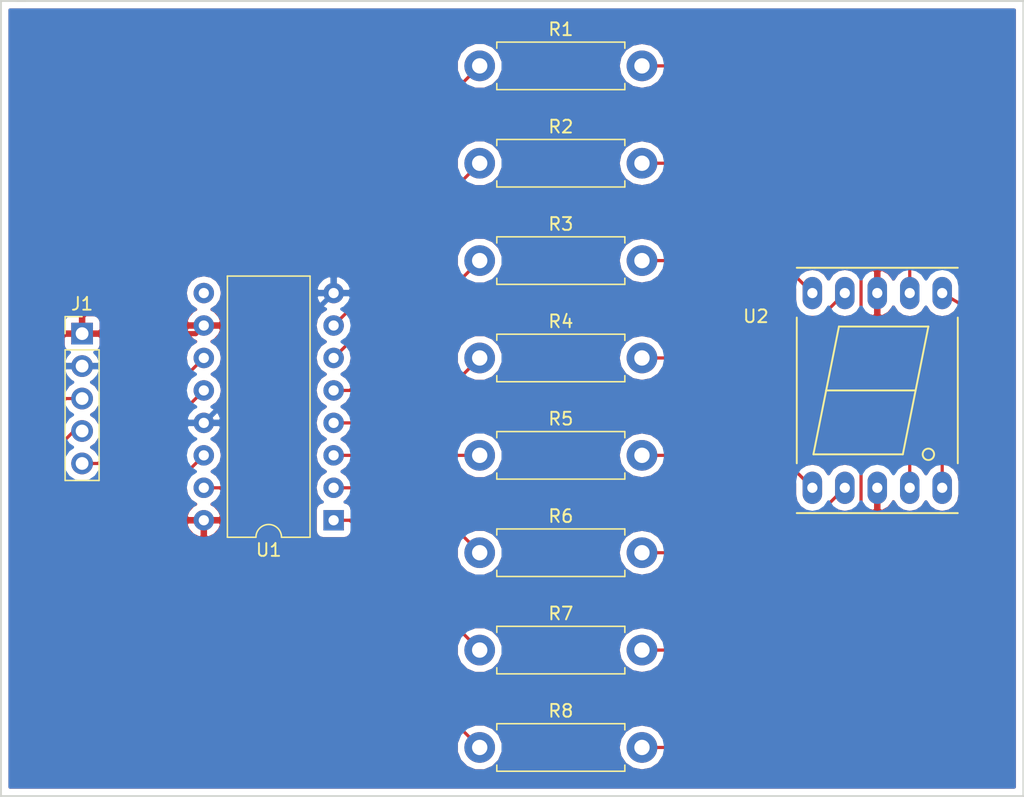
<source format=kicad_pcb>
(kicad_pcb (version 4) (host pcbnew 4.0.7-e2-6376~58~ubuntu16.04.1)

  (general
    (links 25)
    (no_connects 0)
    (area 112.954999 51.994999 193.115001 114.525)
    (thickness 1.6)
    (drawings 6)
    (tracks 94)
    (zones 0)
    (modules 11)
    (nets 23)
  )

  (page A4)
  (title_block
    (title "Seven segment display board")
    (date 2018-01-02)
    (comment 1 "Richard Memory")
  )

  (layers
    (0 F.Cu signal)
    (31 B.Cu signal hide)
    (32 B.Adhes user)
    (33 F.Adhes user)
    (34 B.Paste user)
    (35 F.Paste user)
    (36 B.SilkS user)
    (37 F.SilkS user)
    (38 B.Mask user)
    (39 F.Mask user)
    (40 Dwgs.User user)
    (41 Cmts.User user)
    (42 Eco1.User user)
    (43 Eco2.User user)
    (44 Edge.Cuts user)
    (45 Margin user)
    (46 B.CrtYd user)
    (47 F.CrtYd user)
    (48 B.Fab user)
    (49 F.Fab user)
  )

  (setup
    (last_trace_width 0.25)
    (trace_clearance 0.2)
    (zone_clearance 0.508)
    (zone_45_only no)
    (trace_min 0.2)
    (segment_width 0.2)
    (edge_width 0.15)
    (via_size 0.6)
    (via_drill 0.4)
    (via_min_size 0.4)
    (via_min_drill 0.3)
    (uvia_size 0.3)
    (uvia_drill 0.1)
    (uvias_allowed no)
    (uvia_min_size 0.2)
    (uvia_min_drill 0.1)
    (pcb_text_width 0.3)
    (pcb_text_size 1.5 1.5)
    (mod_edge_width 0.15)
    (mod_text_size 1 1)
    (mod_text_width 0.15)
    (pad_size 1.524 1.524)
    (pad_drill 0.762)
    (pad_to_mask_clearance 0.2)
    (aux_axis_origin 0 0)
    (visible_elements FFFFFF7F)
    (pcbplotparams
      (layerselection 0x00030_80000001)
      (usegerberextensions false)
      (excludeedgelayer true)
      (linewidth 0.100000)
      (plotframeref false)
      (viasonmask false)
      (mode 1)
      (useauxorigin false)
      (hpglpennumber 1)
      (hpglpenspeed 20)
      (hpglpendiameter 15)
      (hpglpenoverlay 2)
      (psnegative false)
      (psa4output false)
      (plotreference true)
      (plotvalue true)
      (plotinvisibletext false)
      (padsonsilk false)
      (subtractmaskfromsilk false)
      (outputformat 1)
      (mirror false)
      (drillshape 1)
      (scaleselection 1)
      (outputdirectory ""))
  )

  (net 0 "")
  (net 1 VCC)
  (net 2 GND)
  (net 3 /LATCH)
  (net 4 /CLOCK)
  (net 5 /DATA)
  (net 6 /sg7)
  (net 7 "Net-(R1-Pad2)")
  (net 8 /sg6)
  (net 9 "Net-(R2-Pad2)")
  (net 10 /sg5)
  (net 11 "Net-(R3-Pad2)")
  (net 12 /sg4)
  (net 13 "Net-(R4-Pad2)")
  (net 14 /sg3)
  (net 15 "Net-(R5-Pad2)")
  (net 16 /sg2)
  (net 17 "Net-(R6-Pad2)")
  (net 18 /sg1)
  (net 19 "Net-(R7-Pad2)")
  (net 20 /sg0)
  (net 21 "Net-(R8-Pad2)")
  (net 22 "Net-(U1-Pad9)")

  (net_class Default "This is the default net class."
    (clearance 0.2)
    (trace_width 0.25)
    (via_dia 0.6)
    (via_drill 0.4)
    (uvia_dia 0.3)
    (uvia_drill 0.1)
    (add_net /CLOCK)
    (add_net /DATA)
    (add_net /LATCH)
    (add_net /sg0)
    (add_net /sg1)
    (add_net /sg2)
    (add_net /sg3)
    (add_net /sg4)
    (add_net /sg5)
    (add_net /sg6)
    (add_net /sg7)
    (add_net "Net-(R1-Pad2)")
    (add_net "Net-(R2-Pad2)")
    (add_net "Net-(R3-Pad2)")
    (add_net "Net-(R4-Pad2)")
    (add_net "Net-(R5-Pad2)")
    (add_net "Net-(R6-Pad2)")
    (add_net "Net-(R7-Pad2)")
    (add_net "Net-(R8-Pad2)")
    (add_net "Net-(U1-Pad9)")
  )

  (net_class Power ""
    (clearance 0.3)
    (trace_width 0.4)
    (via_dia 0.7)
    (via_drill 0.5)
    (uvia_dia 0.3)
    (uvia_drill 0.1)
    (add_net GND)
    (add_net VCC)
  )

  (module Pin_Headers:Pin_Header_Straight_1x05_Pitch2.54mm (layer F.Cu) (tedit 59650532) (tstamp 5A4C5D2F)
    (at 119.38 78.105)
    (descr "Through hole straight pin header, 1x05, 2.54mm pitch, single row")
    (tags "Through hole pin header THT 1x05 2.54mm single row")
    (path /5A4BE240)
    (fp_text reference J1 (at 0 -2.33) (layer F.SilkS)
      (effects (font (size 1 1) (thickness 0.15)))
    )
    (fp_text value Conn_01x05 (at 0 12.49) (layer F.Fab)
      (effects (font (size 1 1) (thickness 0.15)))
    )
    (fp_line (start -0.635 -1.27) (end 1.27 -1.27) (layer F.Fab) (width 0.1))
    (fp_line (start 1.27 -1.27) (end 1.27 11.43) (layer F.Fab) (width 0.1))
    (fp_line (start 1.27 11.43) (end -1.27 11.43) (layer F.Fab) (width 0.1))
    (fp_line (start -1.27 11.43) (end -1.27 -0.635) (layer F.Fab) (width 0.1))
    (fp_line (start -1.27 -0.635) (end -0.635 -1.27) (layer F.Fab) (width 0.1))
    (fp_line (start -1.33 11.49) (end 1.33 11.49) (layer F.SilkS) (width 0.12))
    (fp_line (start -1.33 1.27) (end -1.33 11.49) (layer F.SilkS) (width 0.12))
    (fp_line (start 1.33 1.27) (end 1.33 11.49) (layer F.SilkS) (width 0.12))
    (fp_line (start -1.33 1.27) (end 1.33 1.27) (layer F.SilkS) (width 0.12))
    (fp_line (start -1.33 0) (end -1.33 -1.33) (layer F.SilkS) (width 0.12))
    (fp_line (start -1.33 -1.33) (end 0 -1.33) (layer F.SilkS) (width 0.12))
    (fp_line (start -1.8 -1.8) (end -1.8 11.95) (layer F.CrtYd) (width 0.05))
    (fp_line (start -1.8 11.95) (end 1.8 11.95) (layer F.CrtYd) (width 0.05))
    (fp_line (start 1.8 11.95) (end 1.8 -1.8) (layer F.CrtYd) (width 0.05))
    (fp_line (start 1.8 -1.8) (end -1.8 -1.8) (layer F.CrtYd) (width 0.05))
    (fp_text user %R (at 0 5.08 90) (layer F.Fab)
      (effects (font (size 1 1) (thickness 0.15)))
    )
    (pad 1 thru_hole rect (at 0 0) (size 1.7 1.7) (drill 1) (layers *.Cu *.Mask)
      (net 1 VCC))
    (pad 2 thru_hole oval (at 0 2.54) (size 1.7 1.7) (drill 1) (layers *.Cu *.Mask)
      (net 2 GND))
    (pad 3 thru_hole oval (at 0 5.08) (size 1.7 1.7) (drill 1) (layers *.Cu *.Mask)
      (net 3 /LATCH))
    (pad 4 thru_hole oval (at 0 7.62) (size 1.7 1.7) (drill 1) (layers *.Cu *.Mask)
      (net 4 /CLOCK))
    (pad 5 thru_hole oval (at 0 10.16) (size 1.7 1.7) (drill 1) (layers *.Cu *.Mask)
      (net 5 /DATA))
    (model ${KISYS3DMOD}/Pin_Headers.3dshapes/Pin_Header_Straight_1x05_Pitch2.54mm.wrl
      (at (xyz 0 0 0))
      (scale (xyz 1 1 1))
      (rotate (xyz 0 0 0))
    )
  )

  (module Resistors_THT:R_Axial_DIN0411_L9.9mm_D3.6mm_P12.70mm_Horizontal (layer F.Cu) (tedit 5874F706) (tstamp 5A4C5D35)
    (at 150.495 57.15)
    (descr "Resistor, Axial_DIN0411 series, Axial, Horizontal, pin pitch=12.7mm, 1W = 1/1W, length*diameter=9.9*3.6mm^2")
    (tags "Resistor Axial_DIN0411 series Axial Horizontal pin pitch 12.7mm 1W = 1/1W length 9.9mm diameter 3.6mm")
    (path /5A4BE806)
    (fp_text reference R1 (at 6.35 -2.86) (layer F.SilkS)
      (effects (font (size 1 1) (thickness 0.15)))
    )
    (fp_text value 220 (at 6.35 2.86) (layer F.Fab)
      (effects (font (size 1 1) (thickness 0.15)))
    )
    (fp_line (start 1.4 -1.8) (end 1.4 1.8) (layer F.Fab) (width 0.1))
    (fp_line (start 1.4 1.8) (end 11.3 1.8) (layer F.Fab) (width 0.1))
    (fp_line (start 11.3 1.8) (end 11.3 -1.8) (layer F.Fab) (width 0.1))
    (fp_line (start 11.3 -1.8) (end 1.4 -1.8) (layer F.Fab) (width 0.1))
    (fp_line (start 0 0) (end 1.4 0) (layer F.Fab) (width 0.1))
    (fp_line (start 12.7 0) (end 11.3 0) (layer F.Fab) (width 0.1))
    (fp_line (start 1.34 -1.38) (end 1.34 -1.86) (layer F.SilkS) (width 0.12))
    (fp_line (start 1.34 -1.86) (end 11.36 -1.86) (layer F.SilkS) (width 0.12))
    (fp_line (start 11.36 -1.86) (end 11.36 -1.38) (layer F.SilkS) (width 0.12))
    (fp_line (start 1.34 1.38) (end 1.34 1.86) (layer F.SilkS) (width 0.12))
    (fp_line (start 1.34 1.86) (end 11.36 1.86) (layer F.SilkS) (width 0.12))
    (fp_line (start 11.36 1.86) (end 11.36 1.38) (layer F.SilkS) (width 0.12))
    (fp_line (start -1.45 -2.15) (end -1.45 2.15) (layer F.CrtYd) (width 0.05))
    (fp_line (start -1.45 2.15) (end 14.15 2.15) (layer F.CrtYd) (width 0.05))
    (fp_line (start 14.15 2.15) (end 14.15 -2.15) (layer F.CrtYd) (width 0.05))
    (fp_line (start 14.15 -2.15) (end -1.45 -2.15) (layer F.CrtYd) (width 0.05))
    (pad 1 thru_hole circle (at 0 0) (size 2.4 2.4) (drill 1.2) (layers *.Cu *.Mask)
      (net 6 /sg7))
    (pad 2 thru_hole oval (at 12.7 0) (size 2.4 2.4) (drill 1.2) (layers *.Cu *.Mask)
      (net 7 "Net-(R1-Pad2)"))
    (model ${KISYS3DMOD}/Resistors_THT.3dshapes/R_Axial_DIN0411_L9.9mm_D3.6mm_P12.70mm_Horizontal.wrl
      (at (xyz 0 0 0))
      (scale (xyz 0.393701 0.393701 0.393701))
      (rotate (xyz 0 0 0))
    )
  )

  (module Resistors_THT:R_Axial_DIN0411_L9.9mm_D3.6mm_P12.70mm_Horizontal (layer F.Cu) (tedit 5874F706) (tstamp 5A4C5D3B)
    (at 150.495 64.77)
    (descr "Resistor, Axial_DIN0411 series, Axial, Horizontal, pin pitch=12.7mm, 1W = 1/1W, length*diameter=9.9*3.6mm^2")
    (tags "Resistor Axial_DIN0411 series Axial Horizontal pin pitch 12.7mm 1W = 1/1W length 9.9mm diameter 3.6mm")
    (path /5A4BE7D2)
    (fp_text reference R2 (at 6.35 -2.86) (layer F.SilkS)
      (effects (font (size 1 1) (thickness 0.15)))
    )
    (fp_text value 220 (at 6.35 2.86) (layer F.Fab)
      (effects (font (size 1 1) (thickness 0.15)))
    )
    (fp_line (start 1.4 -1.8) (end 1.4 1.8) (layer F.Fab) (width 0.1))
    (fp_line (start 1.4 1.8) (end 11.3 1.8) (layer F.Fab) (width 0.1))
    (fp_line (start 11.3 1.8) (end 11.3 -1.8) (layer F.Fab) (width 0.1))
    (fp_line (start 11.3 -1.8) (end 1.4 -1.8) (layer F.Fab) (width 0.1))
    (fp_line (start 0 0) (end 1.4 0) (layer F.Fab) (width 0.1))
    (fp_line (start 12.7 0) (end 11.3 0) (layer F.Fab) (width 0.1))
    (fp_line (start 1.34 -1.38) (end 1.34 -1.86) (layer F.SilkS) (width 0.12))
    (fp_line (start 1.34 -1.86) (end 11.36 -1.86) (layer F.SilkS) (width 0.12))
    (fp_line (start 11.36 -1.86) (end 11.36 -1.38) (layer F.SilkS) (width 0.12))
    (fp_line (start 1.34 1.38) (end 1.34 1.86) (layer F.SilkS) (width 0.12))
    (fp_line (start 1.34 1.86) (end 11.36 1.86) (layer F.SilkS) (width 0.12))
    (fp_line (start 11.36 1.86) (end 11.36 1.38) (layer F.SilkS) (width 0.12))
    (fp_line (start -1.45 -2.15) (end -1.45 2.15) (layer F.CrtYd) (width 0.05))
    (fp_line (start -1.45 2.15) (end 14.15 2.15) (layer F.CrtYd) (width 0.05))
    (fp_line (start 14.15 2.15) (end 14.15 -2.15) (layer F.CrtYd) (width 0.05))
    (fp_line (start 14.15 -2.15) (end -1.45 -2.15) (layer F.CrtYd) (width 0.05))
    (pad 1 thru_hole circle (at 0 0) (size 2.4 2.4) (drill 1.2) (layers *.Cu *.Mask)
      (net 8 /sg6))
    (pad 2 thru_hole oval (at 12.7 0) (size 2.4 2.4) (drill 1.2) (layers *.Cu *.Mask)
      (net 9 "Net-(R2-Pad2)"))
    (model ${KISYS3DMOD}/Resistors_THT.3dshapes/R_Axial_DIN0411_L9.9mm_D3.6mm_P12.70mm_Horizontal.wrl
      (at (xyz 0 0 0))
      (scale (xyz 0.393701 0.393701 0.393701))
      (rotate (xyz 0 0 0))
    )
  )

  (module Resistors_THT:R_Axial_DIN0411_L9.9mm_D3.6mm_P12.70mm_Horizontal (layer F.Cu) (tedit 5874F706) (tstamp 5A4C5D41)
    (at 150.495 72.39)
    (descr "Resistor, Axial_DIN0411 series, Axial, Horizontal, pin pitch=12.7mm, 1W = 1/1W, length*diameter=9.9*3.6mm^2")
    (tags "Resistor Axial_DIN0411 series Axial Horizontal pin pitch 12.7mm 1W = 1/1W length 9.9mm diameter 3.6mm")
    (path /5A4BE79F)
    (fp_text reference R3 (at 6.35 -2.86) (layer F.SilkS)
      (effects (font (size 1 1) (thickness 0.15)))
    )
    (fp_text value 220 (at 6.35 2.86) (layer F.Fab)
      (effects (font (size 1 1) (thickness 0.15)))
    )
    (fp_line (start 1.4 -1.8) (end 1.4 1.8) (layer F.Fab) (width 0.1))
    (fp_line (start 1.4 1.8) (end 11.3 1.8) (layer F.Fab) (width 0.1))
    (fp_line (start 11.3 1.8) (end 11.3 -1.8) (layer F.Fab) (width 0.1))
    (fp_line (start 11.3 -1.8) (end 1.4 -1.8) (layer F.Fab) (width 0.1))
    (fp_line (start 0 0) (end 1.4 0) (layer F.Fab) (width 0.1))
    (fp_line (start 12.7 0) (end 11.3 0) (layer F.Fab) (width 0.1))
    (fp_line (start 1.34 -1.38) (end 1.34 -1.86) (layer F.SilkS) (width 0.12))
    (fp_line (start 1.34 -1.86) (end 11.36 -1.86) (layer F.SilkS) (width 0.12))
    (fp_line (start 11.36 -1.86) (end 11.36 -1.38) (layer F.SilkS) (width 0.12))
    (fp_line (start 1.34 1.38) (end 1.34 1.86) (layer F.SilkS) (width 0.12))
    (fp_line (start 1.34 1.86) (end 11.36 1.86) (layer F.SilkS) (width 0.12))
    (fp_line (start 11.36 1.86) (end 11.36 1.38) (layer F.SilkS) (width 0.12))
    (fp_line (start -1.45 -2.15) (end -1.45 2.15) (layer F.CrtYd) (width 0.05))
    (fp_line (start -1.45 2.15) (end 14.15 2.15) (layer F.CrtYd) (width 0.05))
    (fp_line (start 14.15 2.15) (end 14.15 -2.15) (layer F.CrtYd) (width 0.05))
    (fp_line (start 14.15 -2.15) (end -1.45 -2.15) (layer F.CrtYd) (width 0.05))
    (pad 1 thru_hole circle (at 0 0) (size 2.4 2.4) (drill 1.2) (layers *.Cu *.Mask)
      (net 10 /sg5))
    (pad 2 thru_hole oval (at 12.7 0) (size 2.4 2.4) (drill 1.2) (layers *.Cu *.Mask)
      (net 11 "Net-(R3-Pad2)"))
    (model ${KISYS3DMOD}/Resistors_THT.3dshapes/R_Axial_DIN0411_L9.9mm_D3.6mm_P12.70mm_Horizontal.wrl
      (at (xyz 0 0 0))
      (scale (xyz 0.393701 0.393701 0.393701))
      (rotate (xyz 0 0 0))
    )
  )

  (module Resistors_THT:R_Axial_DIN0411_L9.9mm_D3.6mm_P12.70mm_Horizontal (layer F.Cu) (tedit 5874F706) (tstamp 5A4C5D47)
    (at 150.495 80.01)
    (descr "Resistor, Axial_DIN0411 series, Axial, Horizontal, pin pitch=12.7mm, 1W = 1/1W, length*diameter=9.9*3.6mm^2")
    (tags "Resistor Axial_DIN0411 series Axial Horizontal pin pitch 12.7mm 1W = 1/1W length 9.9mm diameter 3.6mm")
    (path /5A4BE64C)
    (fp_text reference R4 (at 6.35 -2.86) (layer F.SilkS)
      (effects (font (size 1 1) (thickness 0.15)))
    )
    (fp_text value 220 (at 6.35 2.86) (layer F.Fab)
      (effects (font (size 1 1) (thickness 0.15)))
    )
    (fp_line (start 1.4 -1.8) (end 1.4 1.8) (layer F.Fab) (width 0.1))
    (fp_line (start 1.4 1.8) (end 11.3 1.8) (layer F.Fab) (width 0.1))
    (fp_line (start 11.3 1.8) (end 11.3 -1.8) (layer F.Fab) (width 0.1))
    (fp_line (start 11.3 -1.8) (end 1.4 -1.8) (layer F.Fab) (width 0.1))
    (fp_line (start 0 0) (end 1.4 0) (layer F.Fab) (width 0.1))
    (fp_line (start 12.7 0) (end 11.3 0) (layer F.Fab) (width 0.1))
    (fp_line (start 1.34 -1.38) (end 1.34 -1.86) (layer F.SilkS) (width 0.12))
    (fp_line (start 1.34 -1.86) (end 11.36 -1.86) (layer F.SilkS) (width 0.12))
    (fp_line (start 11.36 -1.86) (end 11.36 -1.38) (layer F.SilkS) (width 0.12))
    (fp_line (start 1.34 1.38) (end 1.34 1.86) (layer F.SilkS) (width 0.12))
    (fp_line (start 1.34 1.86) (end 11.36 1.86) (layer F.SilkS) (width 0.12))
    (fp_line (start 11.36 1.86) (end 11.36 1.38) (layer F.SilkS) (width 0.12))
    (fp_line (start -1.45 -2.15) (end -1.45 2.15) (layer F.CrtYd) (width 0.05))
    (fp_line (start -1.45 2.15) (end 14.15 2.15) (layer F.CrtYd) (width 0.05))
    (fp_line (start 14.15 2.15) (end 14.15 -2.15) (layer F.CrtYd) (width 0.05))
    (fp_line (start 14.15 -2.15) (end -1.45 -2.15) (layer F.CrtYd) (width 0.05))
    (pad 1 thru_hole circle (at 0 0) (size 2.4 2.4) (drill 1.2) (layers *.Cu *.Mask)
      (net 12 /sg4))
    (pad 2 thru_hole oval (at 12.7 0) (size 2.4 2.4) (drill 1.2) (layers *.Cu *.Mask)
      (net 13 "Net-(R4-Pad2)"))
    (model ${KISYS3DMOD}/Resistors_THT.3dshapes/R_Axial_DIN0411_L9.9mm_D3.6mm_P12.70mm_Horizontal.wrl
      (at (xyz 0 0 0))
      (scale (xyz 0.393701 0.393701 0.393701))
      (rotate (xyz 0 0 0))
    )
  )

  (module Resistors_THT:R_Axial_DIN0411_L9.9mm_D3.6mm_P12.70mm_Horizontal (layer F.Cu) (tedit 5874F706) (tstamp 5A4C5D4D)
    (at 150.495 87.63)
    (descr "Resistor, Axial_DIN0411 series, Axial, Horizontal, pin pitch=12.7mm, 1W = 1/1W, length*diameter=9.9*3.6mm^2")
    (tags "Resistor Axial_DIN0411 series Axial Horizontal pin pitch 12.7mm 1W = 1/1W length 9.9mm diameter 3.6mm")
    (path /5A4BE6EF)
    (fp_text reference R5 (at 6.35 -2.86) (layer F.SilkS)
      (effects (font (size 1 1) (thickness 0.15)))
    )
    (fp_text value 220 (at 6.35 2.86) (layer F.Fab)
      (effects (font (size 1 1) (thickness 0.15)))
    )
    (fp_line (start 1.4 -1.8) (end 1.4 1.8) (layer F.Fab) (width 0.1))
    (fp_line (start 1.4 1.8) (end 11.3 1.8) (layer F.Fab) (width 0.1))
    (fp_line (start 11.3 1.8) (end 11.3 -1.8) (layer F.Fab) (width 0.1))
    (fp_line (start 11.3 -1.8) (end 1.4 -1.8) (layer F.Fab) (width 0.1))
    (fp_line (start 0 0) (end 1.4 0) (layer F.Fab) (width 0.1))
    (fp_line (start 12.7 0) (end 11.3 0) (layer F.Fab) (width 0.1))
    (fp_line (start 1.34 -1.38) (end 1.34 -1.86) (layer F.SilkS) (width 0.12))
    (fp_line (start 1.34 -1.86) (end 11.36 -1.86) (layer F.SilkS) (width 0.12))
    (fp_line (start 11.36 -1.86) (end 11.36 -1.38) (layer F.SilkS) (width 0.12))
    (fp_line (start 1.34 1.38) (end 1.34 1.86) (layer F.SilkS) (width 0.12))
    (fp_line (start 1.34 1.86) (end 11.36 1.86) (layer F.SilkS) (width 0.12))
    (fp_line (start 11.36 1.86) (end 11.36 1.38) (layer F.SilkS) (width 0.12))
    (fp_line (start -1.45 -2.15) (end -1.45 2.15) (layer F.CrtYd) (width 0.05))
    (fp_line (start -1.45 2.15) (end 14.15 2.15) (layer F.CrtYd) (width 0.05))
    (fp_line (start 14.15 2.15) (end 14.15 -2.15) (layer F.CrtYd) (width 0.05))
    (fp_line (start 14.15 -2.15) (end -1.45 -2.15) (layer F.CrtYd) (width 0.05))
    (pad 1 thru_hole circle (at 0 0) (size 2.4 2.4) (drill 1.2) (layers *.Cu *.Mask)
      (net 14 /sg3))
    (pad 2 thru_hole oval (at 12.7 0) (size 2.4 2.4) (drill 1.2) (layers *.Cu *.Mask)
      (net 15 "Net-(R5-Pad2)"))
    (model ${KISYS3DMOD}/Resistors_THT.3dshapes/R_Axial_DIN0411_L9.9mm_D3.6mm_P12.70mm_Horizontal.wrl
      (at (xyz 0 0 0))
      (scale (xyz 0.393701 0.393701 0.393701))
      (rotate (xyz 0 0 0))
    )
  )

  (module Resistors_THT:R_Axial_DIN0411_L9.9mm_D3.6mm_P12.70mm_Horizontal (layer F.Cu) (tedit 5874F706) (tstamp 5A4C5D53)
    (at 150.495 95.25)
    (descr "Resistor, Axial_DIN0411 series, Axial, Horizontal, pin pitch=12.7mm, 1W = 1/1W, length*diameter=9.9*3.6mm^2")
    (tags "Resistor Axial_DIN0411 series Axial Horizontal pin pitch 12.7mm 1W = 1/1W length 9.9mm diameter 3.6mm")
    (path /5A4BE712)
    (fp_text reference R6 (at 6.35 -2.86) (layer F.SilkS)
      (effects (font (size 1 1) (thickness 0.15)))
    )
    (fp_text value 220 (at 6.35 2.86) (layer F.Fab)
      (effects (font (size 1 1) (thickness 0.15)))
    )
    (fp_line (start 1.4 -1.8) (end 1.4 1.8) (layer F.Fab) (width 0.1))
    (fp_line (start 1.4 1.8) (end 11.3 1.8) (layer F.Fab) (width 0.1))
    (fp_line (start 11.3 1.8) (end 11.3 -1.8) (layer F.Fab) (width 0.1))
    (fp_line (start 11.3 -1.8) (end 1.4 -1.8) (layer F.Fab) (width 0.1))
    (fp_line (start 0 0) (end 1.4 0) (layer F.Fab) (width 0.1))
    (fp_line (start 12.7 0) (end 11.3 0) (layer F.Fab) (width 0.1))
    (fp_line (start 1.34 -1.38) (end 1.34 -1.86) (layer F.SilkS) (width 0.12))
    (fp_line (start 1.34 -1.86) (end 11.36 -1.86) (layer F.SilkS) (width 0.12))
    (fp_line (start 11.36 -1.86) (end 11.36 -1.38) (layer F.SilkS) (width 0.12))
    (fp_line (start 1.34 1.38) (end 1.34 1.86) (layer F.SilkS) (width 0.12))
    (fp_line (start 1.34 1.86) (end 11.36 1.86) (layer F.SilkS) (width 0.12))
    (fp_line (start 11.36 1.86) (end 11.36 1.38) (layer F.SilkS) (width 0.12))
    (fp_line (start -1.45 -2.15) (end -1.45 2.15) (layer F.CrtYd) (width 0.05))
    (fp_line (start -1.45 2.15) (end 14.15 2.15) (layer F.CrtYd) (width 0.05))
    (fp_line (start 14.15 2.15) (end 14.15 -2.15) (layer F.CrtYd) (width 0.05))
    (fp_line (start 14.15 -2.15) (end -1.45 -2.15) (layer F.CrtYd) (width 0.05))
    (pad 1 thru_hole circle (at 0 0) (size 2.4 2.4) (drill 1.2) (layers *.Cu *.Mask)
      (net 16 /sg2))
    (pad 2 thru_hole oval (at 12.7 0) (size 2.4 2.4) (drill 1.2) (layers *.Cu *.Mask)
      (net 17 "Net-(R6-Pad2)"))
    (model ${KISYS3DMOD}/Resistors_THT.3dshapes/R_Axial_DIN0411_L9.9mm_D3.6mm_P12.70mm_Horizontal.wrl
      (at (xyz 0 0 0))
      (scale (xyz 0.393701 0.393701 0.393701))
      (rotate (xyz 0 0 0))
    )
  )

  (module Resistors_THT:R_Axial_DIN0411_L9.9mm_D3.6mm_P12.70mm_Horizontal (layer F.Cu) (tedit 5874F706) (tstamp 5A4C5D59)
    (at 150.495 102.87)
    (descr "Resistor, Axial_DIN0411 series, Axial, Horizontal, pin pitch=12.7mm, 1W = 1/1W, length*diameter=9.9*3.6mm^2")
    (tags "Resistor Axial_DIN0411 series Axial Horizontal pin pitch 12.7mm 1W = 1/1W length 9.9mm diameter 3.6mm")
    (path /5A4BE744)
    (fp_text reference R7 (at 6.35 -2.86) (layer F.SilkS)
      (effects (font (size 1 1) (thickness 0.15)))
    )
    (fp_text value 220 (at 6.35 2.86) (layer F.Fab)
      (effects (font (size 1 1) (thickness 0.15)))
    )
    (fp_line (start 1.4 -1.8) (end 1.4 1.8) (layer F.Fab) (width 0.1))
    (fp_line (start 1.4 1.8) (end 11.3 1.8) (layer F.Fab) (width 0.1))
    (fp_line (start 11.3 1.8) (end 11.3 -1.8) (layer F.Fab) (width 0.1))
    (fp_line (start 11.3 -1.8) (end 1.4 -1.8) (layer F.Fab) (width 0.1))
    (fp_line (start 0 0) (end 1.4 0) (layer F.Fab) (width 0.1))
    (fp_line (start 12.7 0) (end 11.3 0) (layer F.Fab) (width 0.1))
    (fp_line (start 1.34 -1.38) (end 1.34 -1.86) (layer F.SilkS) (width 0.12))
    (fp_line (start 1.34 -1.86) (end 11.36 -1.86) (layer F.SilkS) (width 0.12))
    (fp_line (start 11.36 -1.86) (end 11.36 -1.38) (layer F.SilkS) (width 0.12))
    (fp_line (start 1.34 1.38) (end 1.34 1.86) (layer F.SilkS) (width 0.12))
    (fp_line (start 1.34 1.86) (end 11.36 1.86) (layer F.SilkS) (width 0.12))
    (fp_line (start 11.36 1.86) (end 11.36 1.38) (layer F.SilkS) (width 0.12))
    (fp_line (start -1.45 -2.15) (end -1.45 2.15) (layer F.CrtYd) (width 0.05))
    (fp_line (start -1.45 2.15) (end 14.15 2.15) (layer F.CrtYd) (width 0.05))
    (fp_line (start 14.15 2.15) (end 14.15 -2.15) (layer F.CrtYd) (width 0.05))
    (fp_line (start 14.15 -2.15) (end -1.45 -2.15) (layer F.CrtYd) (width 0.05))
    (pad 1 thru_hole circle (at 0 0) (size 2.4 2.4) (drill 1.2) (layers *.Cu *.Mask)
      (net 18 /sg1))
    (pad 2 thru_hole oval (at 12.7 0) (size 2.4 2.4) (drill 1.2) (layers *.Cu *.Mask)
      (net 19 "Net-(R7-Pad2)"))
    (model ${KISYS3DMOD}/Resistors_THT.3dshapes/R_Axial_DIN0411_L9.9mm_D3.6mm_P12.70mm_Horizontal.wrl
      (at (xyz 0 0 0))
      (scale (xyz 0.393701 0.393701 0.393701))
      (rotate (xyz 0 0 0))
    )
  )

  (module Resistors_THT:R_Axial_DIN0411_L9.9mm_D3.6mm_P12.70mm_Horizontal (layer F.Cu) (tedit 5874F706) (tstamp 5A4C5D5F)
    (at 150.495 110.49)
    (descr "Resistor, Axial_DIN0411 series, Axial, Horizontal, pin pitch=12.7mm, 1W = 1/1W, length*diameter=9.9*3.6mm^2")
    (tags "Resistor Axial_DIN0411 series Axial Horizontal pin pitch 12.7mm 1W = 1/1W length 9.9mm diameter 3.6mm")
    (path /5A4BE76D)
    (fp_text reference R8 (at 6.35 -2.86) (layer F.SilkS)
      (effects (font (size 1 1) (thickness 0.15)))
    )
    (fp_text value 220 (at 6.35 2.86) (layer F.Fab)
      (effects (font (size 1 1) (thickness 0.15)))
    )
    (fp_line (start 1.4 -1.8) (end 1.4 1.8) (layer F.Fab) (width 0.1))
    (fp_line (start 1.4 1.8) (end 11.3 1.8) (layer F.Fab) (width 0.1))
    (fp_line (start 11.3 1.8) (end 11.3 -1.8) (layer F.Fab) (width 0.1))
    (fp_line (start 11.3 -1.8) (end 1.4 -1.8) (layer F.Fab) (width 0.1))
    (fp_line (start 0 0) (end 1.4 0) (layer F.Fab) (width 0.1))
    (fp_line (start 12.7 0) (end 11.3 0) (layer F.Fab) (width 0.1))
    (fp_line (start 1.34 -1.38) (end 1.34 -1.86) (layer F.SilkS) (width 0.12))
    (fp_line (start 1.34 -1.86) (end 11.36 -1.86) (layer F.SilkS) (width 0.12))
    (fp_line (start 11.36 -1.86) (end 11.36 -1.38) (layer F.SilkS) (width 0.12))
    (fp_line (start 1.34 1.38) (end 1.34 1.86) (layer F.SilkS) (width 0.12))
    (fp_line (start 1.34 1.86) (end 11.36 1.86) (layer F.SilkS) (width 0.12))
    (fp_line (start 11.36 1.86) (end 11.36 1.38) (layer F.SilkS) (width 0.12))
    (fp_line (start -1.45 -2.15) (end -1.45 2.15) (layer F.CrtYd) (width 0.05))
    (fp_line (start -1.45 2.15) (end 14.15 2.15) (layer F.CrtYd) (width 0.05))
    (fp_line (start 14.15 2.15) (end 14.15 -2.15) (layer F.CrtYd) (width 0.05))
    (fp_line (start 14.15 -2.15) (end -1.45 -2.15) (layer F.CrtYd) (width 0.05))
    (pad 1 thru_hole circle (at 0 0) (size 2.4 2.4) (drill 1.2) (layers *.Cu *.Mask)
      (net 20 /sg0))
    (pad 2 thru_hole oval (at 12.7 0) (size 2.4 2.4) (drill 1.2) (layers *.Cu *.Mask)
      (net 21 "Net-(R8-Pad2)"))
    (model ${KISYS3DMOD}/Resistors_THT.3dshapes/R_Axial_DIN0411_L9.9mm_D3.6mm_P12.70mm_Horizontal.wrl
      (at (xyz 0 0 0))
      (scale (xyz 0.393701 0.393701 0.393701))
      (rotate (xyz 0 0 0))
    )
  )

  (module Housings_DIP:DIP-16_W10.16mm (layer F.Cu) (tedit 59C78D6B) (tstamp 5A4C5D73)
    (at 139.065 92.71 180)
    (descr "16-lead though-hole mounted DIP package, row spacing 10.16 mm (400 mils)")
    (tags "THT DIP DIL PDIP 2.54mm 10.16mm 400mil")
    (path /5A4BE45C)
    (fp_text reference U1 (at 5.08 -2.33 180) (layer F.SilkS)
      (effects (font (size 1 1) (thickness 0.15)))
    )
    (fp_text value 74HC595 (at 5.08 20.11 180) (layer F.Fab)
      (effects (font (size 1 1) (thickness 0.15)))
    )
    (fp_arc (start 5.08 -1.33) (end 4.08 -1.33) (angle -180) (layer F.SilkS) (width 0.12))
    (fp_line (start 2.905 -1.27) (end 8.255 -1.27) (layer F.Fab) (width 0.1))
    (fp_line (start 8.255 -1.27) (end 8.255 19.05) (layer F.Fab) (width 0.1))
    (fp_line (start 8.255 19.05) (end 1.905 19.05) (layer F.Fab) (width 0.1))
    (fp_line (start 1.905 19.05) (end 1.905 -0.27) (layer F.Fab) (width 0.1))
    (fp_line (start 1.905 -0.27) (end 2.905 -1.27) (layer F.Fab) (width 0.1))
    (fp_line (start 4.08 -1.33) (end 1.845 -1.33) (layer F.SilkS) (width 0.12))
    (fp_line (start 1.845 -1.33) (end 1.845 19.11) (layer F.SilkS) (width 0.12))
    (fp_line (start 1.845 19.11) (end 8.315 19.11) (layer F.SilkS) (width 0.12))
    (fp_line (start 8.315 19.11) (end 8.315 -1.33) (layer F.SilkS) (width 0.12))
    (fp_line (start 8.315 -1.33) (end 6.08 -1.33) (layer F.SilkS) (width 0.12))
    (fp_line (start -1.05 -1.55) (end -1.05 19.3) (layer F.CrtYd) (width 0.05))
    (fp_line (start -1.05 19.3) (end 11.25 19.3) (layer F.CrtYd) (width 0.05))
    (fp_line (start 11.25 19.3) (end 11.25 -1.55) (layer F.CrtYd) (width 0.05))
    (fp_line (start 11.25 -1.55) (end -1.05 -1.55) (layer F.CrtYd) (width 0.05))
    (fp_text user %R (at 5.08 8.89 180) (layer F.Fab)
      (effects (font (size 1 1) (thickness 0.15)))
    )
    (pad 1 thru_hole rect (at 0 0 180) (size 1.6 1.6) (drill 0.8) (layers *.Cu *.Mask)
      (net 18 /sg1))
    (pad 9 thru_hole oval (at 10.16 17.78 180) (size 1.6 1.6) (drill 0.8) (layers *.Cu *.Mask)
      (net 22 "Net-(U1-Pad9)"))
    (pad 2 thru_hole oval (at 0 2.54 180) (size 1.6 1.6) (drill 0.8) (layers *.Cu *.Mask)
      (net 16 /sg2))
    (pad 10 thru_hole oval (at 10.16 15.24 180) (size 1.6 1.6) (drill 0.8) (layers *.Cu *.Mask)
      (net 1 VCC))
    (pad 3 thru_hole oval (at 0 5.08 180) (size 1.6 1.6) (drill 0.8) (layers *.Cu *.Mask)
      (net 14 /sg3))
    (pad 11 thru_hole oval (at 10.16 12.7 180) (size 1.6 1.6) (drill 0.8) (layers *.Cu *.Mask)
      (net 5 /DATA))
    (pad 4 thru_hole oval (at 0 7.62 180) (size 1.6 1.6) (drill 0.8) (layers *.Cu *.Mask)
      (net 12 /sg4))
    (pad 12 thru_hole oval (at 10.16 10.16 180) (size 1.6 1.6) (drill 0.8) (layers *.Cu *.Mask)
      (net 4 /CLOCK))
    (pad 5 thru_hole oval (at 0 10.16 180) (size 1.6 1.6) (drill 0.8) (layers *.Cu *.Mask)
      (net 10 /sg5))
    (pad 13 thru_hole oval (at 10.16 7.62 180) (size 1.6 1.6) (drill 0.8) (layers *.Cu *.Mask)
      (net 2 GND))
    (pad 6 thru_hole oval (at 0 12.7 180) (size 1.6 1.6) (drill 0.8) (layers *.Cu *.Mask)
      (net 8 /sg6))
    (pad 14 thru_hole oval (at 10.16 5.08 180) (size 1.6 1.6) (drill 0.8) (layers *.Cu *.Mask)
      (net 3 /LATCH))
    (pad 7 thru_hole oval (at 0 15.24 180) (size 1.6 1.6) (drill 0.8) (layers *.Cu *.Mask)
      (net 6 /sg7))
    (pad 15 thru_hole oval (at 10.16 2.54 180) (size 1.6 1.6) (drill 0.8) (layers *.Cu *.Mask)
      (net 20 /sg0))
    (pad 8 thru_hole oval (at 0 17.78 180) (size 1.6 1.6) (drill 0.8) (layers *.Cu *.Mask)
      (net 2 GND))
    (pad 16 thru_hole oval (at 10.16 0 180) (size 1.6 1.6) (drill 0.8) (layers *.Cu *.Mask)
      (net 1 VCC))
    (model ${KISYS3DMOD}/Housings_DIP.3dshapes/DIP-16_W10.16mm.wrl
      (at (xyz 0 0 0))
      (scale (xyz 1 1 1))
      (rotate (xyz 0 0 0))
    )
  )

  (module Displays_7-Segment:7SegmentLED_LTS6760_LTS6780 (layer F.Cu) (tedit 0) (tstamp 5A4C5D81)
    (at 181.61 82.55)
    (path /5A4BE2BF)
    (fp_text reference U2 (at -9.5 -5.8) (layer F.SilkS)
      (effects (font (size 1 1) (thickness 0.15)))
    )
    (fp_text value 7SEGMENT_CA (at -0.4 12) (layer F.Fab)
      (effects (font (size 1 1) (thickness 0.15)))
    )
    (fp_circle (center 4 5) (end 4.4 5.2) (layer F.SilkS) (width 0.15))
    (fp_line (start -3 -5) (end -4 0) (layer F.SilkS) (width 0.15))
    (fp_line (start -4 0) (end -5 5) (layer F.SilkS) (width 0.15))
    (fp_line (start -5 5) (end 2 5) (layer F.SilkS) (width 0.15))
    (fp_line (start 2 5) (end 3 0) (layer F.SilkS) (width 0.15))
    (fp_line (start 4 -5) (end 3 0) (layer F.SilkS) (width 0.15))
    (fp_line (start 3 0) (end -4 0) (layer F.SilkS) (width 0.15))
    (fp_line (start -3 -5) (end 4 -5) (layer F.SilkS) (width 0.15))
    (fp_line (start 6.3 9.6) (end -6.3 9.6) (layer F.SilkS) (width 0.15))
    (fp_line (start -6.3 -5.7) (end -6.3 5.7) (layer F.SilkS) (width 0.15))
    (fp_line (start 6.3 -5.7) (end 6.3 5.7) (layer F.SilkS) (width 0.15))
    (fp_line (start -6.3 -9.6) (end 6.3 -9.6) (layer F.SilkS) (width 0.15))
    (pad 1 thru_hole oval (at -5.08 7.62) (size 1.524 2.524) (drill 0.8) (layers *.Cu *.Mask)
      (net 13 "Net-(R4-Pad2)"))
    (pad 2 thru_hole oval (at -2.54 7.62) (size 1.524 2.524) (drill 0.8) (layers *.Cu *.Mask)
      (net 15 "Net-(R5-Pad2)"))
    (pad 3 thru_hole oval (at 0 7.62) (size 1.524 2.524) (drill 0.8) (layers *.Cu *.Mask)
      (net 1 VCC))
    (pad 4 thru_hole oval (at 2.54 7.62) (size 1.524 2.524) (drill 0.8) (layers *.Cu *.Mask)
      (net 17 "Net-(R6-Pad2)"))
    (pad 5 thru_hole oval (at 5.08 7.62) (size 1.524 2.524) (drill 0.8) (layers *.Cu *.Mask)
      (net 7 "Net-(R1-Pad2)"))
    (pad 6 thru_hole oval (at 5.08 -7.62) (size 1.524 2.524) (drill 0.8) (layers *.Cu *.Mask)
      (net 19 "Net-(R7-Pad2)"))
    (pad 7 thru_hole oval (at 2.54 -7.62) (size 1.524 2.524) (drill 0.8) (layers *.Cu *.Mask)
      (net 21 "Net-(R8-Pad2)"))
    (pad 8 thru_hole oval (at 0 -7.62) (size 1.524 2.524) (drill 0.8) (layers *.Cu *.Mask)
      (net 1 VCC))
    (pad 9 thru_hole oval (at -2.54 -7.62) (size 1.524 2.524) (drill 0.8) (layers *.Cu *.Mask)
      (net 11 "Net-(R3-Pad2)"))
    (pad 10 thru_hole oval (at -5.08 -7.62) (size 1.524 2.524) (drill 0.8) (layers *.Cu *.Mask)
      (net 9 "Net-(R2-Pad2)"))
    (model Displays_7-Segment.3dshapes/7SegmentLED_LTS6760_LTS6780.wrl
      (at (xyz 0 0 0))
      (scale (xyz 0.3937 0.3937 0.3937))
      (rotate (xyz 0 0 0))
    )
  )

  (gr_line (start 114.935 52.07) (end 114.3 52.07) (angle 90) (layer Edge.Cuts) (width 0.15))
  (gr_line (start 113.03 52.07) (end 114.935 52.07) (angle 90) (layer Edge.Cuts) (width 0.15))
  (gr_line (start 113.03 114.3) (end 113.03 52.07) (angle 90) (layer Edge.Cuts) (width 0.15))
  (gr_line (start 193.04 114.3) (end 113.03 114.3) (angle 90) (layer Edge.Cuts) (width 0.15))
  (gr_line (start 193.04 52.07) (end 193.04 114.3) (angle 90) (layer Edge.Cuts) (width 0.15))
  (gr_line (start 114.935 52.07) (end 193.04 52.07) (angle 90) (layer Edge.Cuts) (width 0.15))

  (segment (start 181.61 74.93) (end 181.61 76.835) (width 0.4) (layer F.Cu) (net 1))
  (segment (start 181.61 92.71) (end 181.61 90.17) (width 0.4) (layer F.Cu) (net 1) (tstamp 5A52FA7F))
  (segment (start 182.245 93.345) (end 181.61 92.71) (width 0.4) (layer F.Cu) (net 1) (tstamp 5A52FA7C))
  (segment (start 186.69 93.345) (end 182.245 93.345) (width 0.4) (layer F.Cu) (net 1) (tstamp 5A52FA76))
  (segment (start 188.595 91.44) (end 186.69 93.345) (width 0.4) (layer F.Cu) (net 1) (tstamp 5A52FA74))
  (segment (start 188.595 83.82) (end 188.595 91.44) (width 0.4) (layer F.Cu) (net 1) (tstamp 5A52FA71))
  (segment (start 181.61 76.835) (end 188.595 83.82) (width 0.4) (layer F.Cu) (net 1) (tstamp 5A52FA6D))
  (segment (start 167.64 113.03) (end 177.165 113.03) (width 0.4) (layer F.Cu) (net 1))
  (segment (start 128.905 93.98) (end 147.955 113.03) (width 0.4) (layer F.Cu) (net 1) (tstamp 5A5292A5))
  (segment (start 147.955 113.03) (end 167.64 113.03) (width 0.4) (layer F.Cu) (net 1) (tstamp 5A5292A9))
  (segment (start 128.905 92.71) (end 128.905 93.98) (width 0.4) (layer F.Cu) (net 1))
  (segment (start 181.61 71.755) (end 181.61 74.93) (width 0.4) (layer F.Cu) (net 1) (tstamp 5A52F9B0))
  (segment (start 182.88 70.485) (end 181.61 71.755) (width 0.4) (layer F.Cu) (net 1) (tstamp 5A52F9AE))
  (segment (start 187.96 70.485) (end 182.88 70.485) (width 0.4) (layer F.Cu) (net 1) (tstamp 5A52F9AB))
  (segment (start 191.77 74.295) (end 187.96 70.485) (width 0.4) (layer F.Cu) (net 1) (tstamp 5A52F9A7))
  (segment (start 191.77 98.425) (end 191.77 74.295) (width 0.4) (layer F.Cu) (net 1) (tstamp 5A52F9A3))
  (segment (start 177.165 113.03) (end 191.77 98.425) (width 0.4) (layer F.Cu) (net 1) (tstamp 5A52F99C))
  (segment (start 115.57 89.535) (end 118.745 92.71) (width 0.4) (layer F.Cu) (net 1))
  (segment (start 117.475 78.105) (end 115.57 80.01) (width 0.4) (layer F.Cu) (net 1) (tstamp 5A52922A))
  (segment (start 115.57 80.01) (end 115.57 89.535) (width 0.4) (layer F.Cu) (net 1) (tstamp 5A52922D))
  (segment (start 119.38 78.105) (end 117.475 78.105) (width 0.4) (layer F.Cu) (net 1))
  (segment (start 118.745 92.71) (end 128.905 92.71) (width 0.4) (layer F.Cu) (net 1) (tstamp 5A529231))
  (segment (start 119.38 78.105) (end 128.27 78.105) (width 0.4) (layer F.Cu) (net 1))
  (segment (start 128.27 78.105) (end 128.905 77.47) (width 0.4) (layer F.Cu) (net 1) (tstamp 5A5291E2))
  (segment (start 128.905 85.09) (end 139.065 74.93) (width 0.4) (layer B.Cu) (net 2))
  (segment (start 119.38 80.645) (end 123.19 80.645) (width 0.4) (layer B.Cu) (net 2))
  (segment (start 127.635 85.09) (end 128.905 85.09) (width 0.4) (layer B.Cu) (net 2) (tstamp 5A529194))
  (segment (start 123.19 80.645) (end 127.635 85.09) (width 0.4) (layer B.Cu) (net 2) (tstamp 5A52918F))
  (segment (start 119.38 83.185) (end 118.11 83.185) (width 0.25) (layer F.Cu) (net 3))
  (segment (start 125.095 91.44) (end 128.905 87.63) (width 0.25) (layer F.Cu) (net 3) (tstamp 5A529222))
  (segment (start 118.745 91.44) (end 125.095 91.44) (width 0.25) (layer F.Cu) (net 3) (tstamp 5A529220))
  (segment (start 116.84 89.535) (end 118.745 91.44) (width 0.25) (layer F.Cu) (net 3) (tstamp 5A52921E))
  (segment (start 116.84 84.455) (end 116.84 89.535) (width 0.25) (layer F.Cu) (net 3) (tstamp 5A529218))
  (segment (start 118.11 83.185) (end 116.84 84.455) (width 0.25) (layer F.Cu) (net 3) (tstamp 5A529216))
  (segment (start 119.38 85.725) (end 118.745 85.725) (width 0.25) (layer F.Cu) (net 4))
  (segment (start 118.745 85.725) (end 117.475 86.995) (width 0.25) (layer F.Cu) (net 4) (tstamp 5A529203))
  (segment (start 117.475 86.995) (end 117.475 88.9) (width 0.25) (layer F.Cu) (net 4) (tstamp 5A529205))
  (segment (start 117.475 88.9) (end 118.745 90.17) (width 0.25) (layer F.Cu) (net 4) (tstamp 5A529207))
  (segment (start 118.745 90.17) (end 121.285 90.17) (width 0.25) (layer F.Cu) (net 4) (tstamp 5A529209))
  (segment (start 121.285 90.17) (end 128.905 82.55) (width 0.25) (layer F.Cu) (net 4) (tstamp 5A52920E))
  (segment (start 119.38 88.265) (end 120.65 88.265) (width 0.25) (layer F.Cu) (net 5))
  (segment (start 120.65 88.265) (end 128.905 80.01) (width 0.25) (layer F.Cu) (net 5) (tstamp 5A5291EC))
  (segment (start 139.065 77.47) (end 140.97 75.565) (width 0.25) (layer F.Cu) (net 6))
  (segment (start 140.97 66.675) (end 150.495 57.15) (width 0.25) (layer F.Cu) (net 6) (tstamp 5A52926F))
  (segment (start 140.97 75.565) (end 140.97 66.675) (width 0.25) (layer F.Cu) (net 6) (tstamp 5A529268))
  (segment (start 163.195 57.15) (end 167.005 57.15) (width 0.25) (layer F.Cu) (net 7))
  (segment (start 186.69 84.455) (end 186.69 90.17) (width 0.25) (layer F.Cu) (net 7) (tstamp 5A52FA1B))
  (segment (start 180.34 78.105) (end 186.69 84.455) (width 0.25) (layer F.Cu) (net 7) (tstamp 5A52FA18))
  (segment (start 180.34 70.485) (end 180.34 78.105) (width 0.25) (layer F.Cu) (net 7) (tstamp 5A52FA12))
  (segment (start 167.005 57.15) (end 180.34 70.485) (width 0.25) (layer F.Cu) (net 7) (tstamp 5A52FA0B))
  (segment (start 139.065 80.01) (end 142.24 76.835) (width 0.25) (layer F.Cu) (net 8))
  (segment (start 142.24 73.025) (end 150.495 64.77) (width 0.25) (layer F.Cu) (net 8) (tstamp 5A52927C))
  (segment (start 142.24 76.835) (end 142.24 73.025) (width 0.25) (layer F.Cu) (net 8) (tstamp 5A529274))
  (segment (start 163.195 64.77) (end 166.37 64.77) (width 0.25) (layer F.Cu) (net 9))
  (segment (start 166.37 64.77) (end 176.53 74.93) (width 0.25) (layer F.Cu) (net 9) (tstamp 5A5292D8))
  (segment (start 139.065 82.55) (end 140.335 82.55) (width 0.25) (layer F.Cu) (net 10))
  (segment (start 140.335 82.55) (end 150.495 72.39) (width 0.25) (layer F.Cu) (net 10) (tstamp 5A529281))
  (segment (start 163.195 72.39) (end 170.815 72.39) (width 0.25) (layer F.Cu) (net 11))
  (segment (start 177.165 76.835) (end 179.07 74.93) (width 0.25) (layer F.Cu) (net 11) (tstamp 5A5292E1))
  (segment (start 175.26 76.835) (end 177.165 76.835) (width 0.25) (layer F.Cu) (net 11) (tstamp 5A5292DF))
  (segment (start 170.815 72.39) (end 175.26 76.835) (width 0.25) (layer F.Cu) (net 11) (tstamp 5A5292DD))
  (segment (start 139.065 85.09) (end 145.415 85.09) (width 0.25) (layer F.Cu) (net 12))
  (segment (start 145.415 85.09) (end 150.495 80.01) (width 0.25) (layer F.Cu) (net 12) (tstamp 5A529286))
  (segment (start 163.195 80.01) (end 166.37 80.01) (width 0.25) (layer F.Cu) (net 13))
  (segment (start 166.37 80.01) (end 176.53 90.17) (width 0.25) (layer F.Cu) (net 13) (tstamp 5A5292EE))
  (segment (start 139.065 87.63) (end 150.495 87.63) (width 0.25) (layer F.Cu) (net 14))
  (segment (start 163.195 87.63) (end 170.18 87.63) (width 0.25) (layer F.Cu) (net 15))
  (segment (start 176.53 92.71) (end 179.07 90.17) (width 0.25) (layer F.Cu) (net 15) (tstamp 5A52931D))
  (segment (start 175.26 92.71) (end 176.53 92.71) (width 0.25) (layer F.Cu) (net 15) (tstamp 5A52931B))
  (segment (start 170.18 87.63) (end 175.26 92.71) (width 0.25) (layer F.Cu) (net 15) (tstamp 5A529317))
  (segment (start 139.065 90.17) (end 145.415 90.17) (width 0.25) (layer F.Cu) (net 16))
  (segment (start 145.415 90.17) (end 150.495 95.25) (width 0.25) (layer F.Cu) (net 16) (tstamp 5A52928C))
  (segment (start 163.195 95.25) (end 177.8 95.25) (width 0.25) (layer F.Cu) (net 17))
  (segment (start 184.15 88.265) (end 184.15 90.17) (width 0.25) (layer F.Cu) (net 17) (tstamp 5A52FA99))
  (segment (start 183.515 87.63) (end 184.15 88.265) (width 0.25) (layer F.Cu) (net 17) (tstamp 5A52FA96))
  (segment (start 180.975 87.63) (end 183.515 87.63) (width 0.25) (layer F.Cu) (net 17) (tstamp 5A52FA94))
  (segment (start 180.34 88.265) (end 180.975 87.63) (width 0.25) (layer F.Cu) (net 17) (tstamp 5A52FA93))
  (segment (start 180.34 92.71) (end 180.34 88.265) (width 0.25) (layer F.Cu) (net 17) (tstamp 5A52FA91))
  (segment (start 177.8 95.25) (end 180.34 92.71) (width 0.25) (layer F.Cu) (net 17) (tstamp 5A52FA8B))
  (segment (start 139.065 92.71) (end 140.335 92.71) (width 0.25) (layer F.Cu) (net 18))
  (segment (start 140.335 92.71) (end 150.495 102.87) (width 0.25) (layer F.Cu) (net 18) (tstamp 5A529292))
  (segment (start 163.195 102.87) (end 180.34 102.87) (width 0.25) (layer F.Cu) (net 19))
  (segment (start 189.865 76.835) (end 186.69 74.93) (width 0.25) (layer F.Cu) (net 19) (tstamp 5A52F950))
  (segment (start 189.865 94.615) (end 189.865 76.835) (width 0.25) (layer F.Cu) (net 19) (tstamp 5A52F94D))
  (segment (start 180.34 102.87) (end 189.865 94.615) (width 0.25) (layer F.Cu) (net 19) (tstamp 5A52F946))
  (segment (start 128.905 90.17) (end 130.175 90.17) (width 0.25) (layer F.Cu) (net 20))
  (segment (start 130.175 90.17) (end 150.495 110.49) (width 0.25) (layer F.Cu) (net 20) (tstamp 5A529248))
  (segment (start 163.195 110.49) (end 176.53 110.49) (width 0.25) (layer F.Cu) (net 21))
  (segment (start 184.15 73.025) (end 184.15 74.93) (width 0.25) (layer F.Cu) (net 21) (tstamp 5A52F941))
  (segment (start 185.42 71.755) (end 184.15 73.025) (width 0.25) (layer F.Cu) (net 21) (tstamp 5A52F93F))
  (segment (start 187.96 71.755) (end 185.42 71.755) (width 0.25) (layer F.Cu) (net 21) (tstamp 5A52F93D))
  (segment (start 190.5 74.295) (end 187.96 71.755) (width 0.25) (layer F.Cu) (net 21) (tstamp 5A52F938))
  (segment (start 190.5 96.52) (end 190.5 74.295) (width 0.25) (layer F.Cu) (net 21) (tstamp 5A52F92A))
  (segment (start 176.53 110.49) (end 190.5 96.52) (width 0.25) (layer F.Cu) (net 21) (tstamp 5A52F925))

  (zone (net 2) (net_name GND) (layer B.Cu) (tstamp 5A543FBE) (hatch edge 0.508)
    (connect_pads (clearance 0.508))
    (min_thickness 0.254)
    (fill yes (arc_segments 16) (thermal_gap 0.508) (thermal_bridge_width 0.508))
    (polygon
      (pts
        (xy 193.04 114.3) (xy 113.03 114.3) (xy 113.03 52.07) (xy 193.04 52.07)
      )
    )
    (filled_polygon
      (pts
        (xy 192.33 113.59) (xy 113.74 113.59) (xy 113.74 110.853403) (xy 148.659682 110.853403) (xy 148.938455 111.528086)
        (xy 149.454199 112.04473) (xy 150.128395 112.324681) (xy 150.858403 112.325318) (xy 151.533086 112.046545) (xy 152.04973 111.530801)
        (xy 152.329681 110.856605) (xy 152.33 110.49) (xy 161.32405 110.49) (xy 161.463731 111.192224) (xy 161.861509 111.787541)
        (xy 162.456826 112.185319) (xy 163.15905 112.325) (xy 163.23095 112.325) (xy 163.933174 112.185319) (xy 164.528491 111.787541)
        (xy 164.926269 111.192224) (xy 165.06595 110.49) (xy 164.926269 109.787776) (xy 164.528491 109.192459) (xy 163.933174 108.794681)
        (xy 163.23095 108.655) (xy 163.15905 108.655) (xy 162.456826 108.794681) (xy 161.861509 109.192459) (xy 161.463731 109.787776)
        (xy 161.32405 110.49) (xy 152.33 110.49) (xy 152.330318 110.126597) (xy 152.051545 109.451914) (xy 151.535801 108.93527)
        (xy 150.861605 108.655319) (xy 150.131597 108.654682) (xy 149.456914 108.933455) (xy 148.94027 109.449199) (xy 148.660319 110.123395)
        (xy 148.659682 110.853403) (xy 113.74 110.853403) (xy 113.74 103.233403) (xy 148.659682 103.233403) (xy 148.938455 103.908086)
        (xy 149.454199 104.42473) (xy 150.128395 104.704681) (xy 150.858403 104.705318) (xy 151.533086 104.426545) (xy 152.04973 103.910801)
        (xy 152.329681 103.236605) (xy 152.33 102.87) (xy 161.32405 102.87) (xy 161.463731 103.572224) (xy 161.861509 104.167541)
        (xy 162.456826 104.565319) (xy 163.15905 104.705) (xy 163.23095 104.705) (xy 163.933174 104.565319) (xy 164.528491 104.167541)
        (xy 164.926269 103.572224) (xy 165.06595 102.87) (xy 164.926269 102.167776) (xy 164.528491 101.572459) (xy 163.933174 101.174681)
        (xy 163.23095 101.035) (xy 163.15905 101.035) (xy 162.456826 101.174681) (xy 161.861509 101.572459) (xy 161.463731 102.167776)
        (xy 161.32405 102.87) (xy 152.33 102.87) (xy 152.330318 102.506597) (xy 152.051545 101.831914) (xy 151.535801 101.31527)
        (xy 150.861605 101.035319) (xy 150.131597 101.034682) (xy 149.456914 101.313455) (xy 148.94027 101.829199) (xy 148.660319 102.503395)
        (xy 148.659682 103.233403) (xy 113.74 103.233403) (xy 113.74 95.613403) (xy 148.659682 95.613403) (xy 148.938455 96.288086)
        (xy 149.454199 96.80473) (xy 150.128395 97.084681) (xy 150.858403 97.085318) (xy 151.533086 96.806545) (xy 152.04973 96.290801)
        (xy 152.329681 95.616605) (xy 152.33 95.25) (xy 161.32405 95.25) (xy 161.463731 95.952224) (xy 161.861509 96.547541)
        (xy 162.456826 96.945319) (xy 163.15905 97.085) (xy 163.23095 97.085) (xy 163.933174 96.945319) (xy 164.528491 96.547541)
        (xy 164.926269 95.952224) (xy 165.06595 95.25) (xy 164.926269 94.547776) (xy 164.528491 93.952459) (xy 163.933174 93.554681)
        (xy 163.23095 93.415) (xy 163.15905 93.415) (xy 162.456826 93.554681) (xy 161.861509 93.952459) (xy 161.463731 94.547776)
        (xy 161.32405 95.25) (xy 152.33 95.25) (xy 152.330318 94.886597) (xy 152.051545 94.211914) (xy 151.535801 93.69527)
        (xy 150.861605 93.415319) (xy 150.131597 93.414682) (xy 149.456914 93.693455) (xy 148.94027 94.209199) (xy 148.660319 94.883395)
        (xy 148.659682 95.613403) (xy 113.74 95.613403) (xy 113.74 83.185) (xy 117.865907 83.185) (xy 117.978946 83.753285)
        (xy 118.300853 84.235054) (xy 118.630026 84.455) (xy 118.300853 84.674946) (xy 117.978946 85.156715) (xy 117.865907 85.725)
        (xy 117.978946 86.293285) (xy 118.300853 86.775054) (xy 118.630026 86.995) (xy 118.300853 87.214946) (xy 117.978946 87.696715)
        (xy 117.865907 88.265) (xy 117.978946 88.833285) (xy 118.300853 89.315054) (xy 118.782622 89.636961) (xy 119.350907 89.75)
        (xy 119.409093 89.75) (xy 119.977378 89.636961) (xy 120.459147 89.315054) (xy 120.781054 88.833285) (xy 120.894093 88.265)
        (xy 120.781054 87.696715) (xy 120.736477 87.63) (xy 127.441887 87.63) (xy 127.55112 88.179151) (xy 127.862189 88.644698)
        (xy 128.244275 88.9) (xy 127.862189 89.155302) (xy 127.55112 89.620849) (xy 127.441887 90.17) (xy 127.55112 90.719151)
        (xy 127.862189 91.184698) (xy 128.244275 91.44) (xy 127.862189 91.695302) (xy 127.55112 92.160849) (xy 127.441887 92.71)
        (xy 127.55112 93.259151) (xy 127.862189 93.724698) (xy 128.327736 94.035767) (xy 128.876887 94.145) (xy 128.933113 94.145)
        (xy 129.482264 94.035767) (xy 129.947811 93.724698) (xy 130.25888 93.259151) (xy 130.368113 92.71) (xy 130.25888 92.160849)
        (xy 129.947811 91.695302) (xy 129.565725 91.44) (xy 129.947811 91.184698) (xy 130.25888 90.719151) (xy 130.368113 90.17)
        (xy 130.25888 89.620849) (xy 129.947811 89.155302) (xy 129.565725 88.9) (xy 129.947811 88.644698) (xy 130.25888 88.179151)
        (xy 130.368113 87.63) (xy 130.25888 87.080849) (xy 129.947811 86.615302) (xy 129.543297 86.345014) (xy 129.760134 86.242389)
        (xy 130.136041 85.827423) (xy 130.296904 85.439039) (xy 130.174915 85.217) (xy 129.032 85.217) (xy 129.032 85.237)
        (xy 128.778 85.237) (xy 128.778 85.217) (xy 127.635085 85.217) (xy 127.513096 85.439039) (xy 127.673959 85.827423)
        (xy 128.049866 86.242389) (xy 128.266703 86.345014) (xy 127.862189 86.615302) (xy 127.55112 87.080849) (xy 127.441887 87.63)
        (xy 120.736477 87.63) (xy 120.459147 87.214946) (xy 120.129974 86.995) (xy 120.459147 86.775054) (xy 120.781054 86.293285)
        (xy 120.894093 85.725) (xy 120.781054 85.156715) (xy 120.459147 84.674946) (xy 120.129974 84.455) (xy 120.459147 84.235054)
        (xy 120.781054 83.753285) (xy 120.894093 83.185) (xy 120.781054 82.616715) (xy 120.459147 82.134946) (xy 120.118447 81.907298)
        (xy 120.261358 81.840183) (xy 120.651645 81.411924) (xy 120.821476 81.00189) (xy 120.700155 80.772) (xy 119.507 80.772)
        (xy 119.507 80.792) (xy 119.253 80.792) (xy 119.253 80.772) (xy 118.059845 80.772) (xy 117.938524 81.00189)
        (xy 118.108355 81.411924) (xy 118.498642 81.840183) (xy 118.641553 81.907298) (xy 118.300853 82.134946) (xy 117.978946 82.616715)
        (xy 117.865907 83.185) (xy 113.74 83.185) (xy 113.74 77.255) (xy 117.88256 77.255) (xy 117.88256 78.955)
        (xy 117.926838 79.190317) (xy 118.06591 79.406441) (xy 118.27811 79.551431) (xy 118.386107 79.573301) (xy 118.108355 79.878076)
        (xy 117.938524 80.28811) (xy 118.059845 80.518) (xy 119.253 80.518) (xy 119.253 80.498) (xy 119.507 80.498)
        (xy 119.507 80.518) (xy 120.700155 80.518) (xy 120.821476 80.28811) (xy 120.651645 79.878076) (xy 120.375499 79.575063)
        (xy 120.465317 79.558162) (xy 120.681441 79.41909) (xy 120.826431 79.20689) (xy 120.87744 78.955) (xy 120.87744 77.255)
        (xy 120.833162 77.019683) (xy 120.69409 76.803559) (xy 120.48189 76.658569) (xy 120.23 76.60756) (xy 118.53 76.60756)
        (xy 118.294683 76.651838) (xy 118.078559 76.79091) (xy 117.933569 77.00311) (xy 117.88256 77.255) (xy 113.74 77.255)
        (xy 113.74 74.93) (xy 127.441887 74.93) (xy 127.55112 75.479151) (xy 127.862189 75.944698) (xy 128.244275 76.2)
        (xy 127.862189 76.455302) (xy 127.55112 76.920849) (xy 127.441887 77.47) (xy 127.55112 78.019151) (xy 127.862189 78.484698)
        (xy 128.244275 78.74) (xy 127.862189 78.995302) (xy 127.55112 79.460849) (xy 127.441887 80.01) (xy 127.55112 80.559151)
        (xy 127.862189 81.024698) (xy 128.244275 81.28) (xy 127.862189 81.535302) (xy 127.55112 82.000849) (xy 127.441887 82.55)
        (xy 127.55112 83.099151) (xy 127.862189 83.564698) (xy 128.266703 83.834986) (xy 128.049866 83.937611) (xy 127.673959 84.352577)
        (xy 127.513096 84.740961) (xy 127.635085 84.963) (xy 128.778 84.963) (xy 128.778 84.943) (xy 129.032 84.943)
        (xy 129.032 84.963) (xy 130.174915 84.963) (xy 130.296904 84.740961) (xy 130.136041 84.352577) (xy 129.760134 83.937611)
        (xy 129.543297 83.834986) (xy 129.947811 83.564698) (xy 130.25888 83.099151) (xy 130.368113 82.55) (xy 130.25888 82.000849)
        (xy 129.947811 81.535302) (xy 129.565725 81.28) (xy 129.947811 81.024698) (xy 130.25888 80.559151) (xy 130.368113 80.01)
        (xy 130.25888 79.460849) (xy 129.947811 78.995302) (xy 129.565725 78.74) (xy 129.947811 78.484698) (xy 130.25888 78.019151)
        (xy 130.368113 77.47) (xy 137.601887 77.47) (xy 137.71112 78.019151) (xy 138.022189 78.484698) (xy 138.404275 78.74)
        (xy 138.022189 78.995302) (xy 137.71112 79.460849) (xy 137.601887 80.01) (xy 137.71112 80.559151) (xy 138.022189 81.024698)
        (xy 138.404275 81.28) (xy 138.022189 81.535302) (xy 137.71112 82.000849) (xy 137.601887 82.55) (xy 137.71112 83.099151)
        (xy 138.022189 83.564698) (xy 138.404275 83.82) (xy 138.022189 84.075302) (xy 137.71112 84.540849) (xy 137.601887 85.09)
        (xy 137.71112 85.639151) (xy 138.022189 86.104698) (xy 138.404275 86.36) (xy 138.022189 86.615302) (xy 137.71112 87.080849)
        (xy 137.601887 87.63) (xy 137.71112 88.179151) (xy 138.022189 88.644698) (xy 138.404275 88.9) (xy 138.022189 89.155302)
        (xy 137.71112 89.620849) (xy 137.601887 90.17) (xy 137.71112 90.719151) (xy 138.022189 91.184698) (xy 138.166465 91.281101)
        (xy 138.029683 91.306838) (xy 137.813559 91.44591) (xy 137.668569 91.65811) (xy 137.61756 91.91) (xy 137.61756 93.51)
        (xy 137.661838 93.745317) (xy 137.80091 93.961441) (xy 138.01311 94.106431) (xy 138.265 94.15744) (xy 139.865 94.15744)
        (xy 140.100317 94.113162) (xy 140.316441 93.97409) (xy 140.461431 93.76189) (xy 140.51244 93.51) (xy 140.51244 91.91)
        (xy 140.468162 91.674683) (xy 140.32909 91.458559) (xy 140.11689 91.313569) (xy 139.961911 91.282185) (xy 140.107811 91.184698)
        (xy 140.41888 90.719151) (xy 140.528113 90.17) (xy 140.421265 89.632836) (xy 175.133 89.632836) (xy 175.133 90.707164)
        (xy 175.23934 91.241773) (xy 175.542172 91.694992) (xy 175.995391 91.997824) (xy 176.53 92.104164) (xy 177.064609 91.997824)
        (xy 177.517828 91.694992) (xy 177.8 91.272693) (xy 178.082172 91.694992) (xy 178.535391 91.997824) (xy 179.07 92.104164)
        (xy 179.604609 91.997824) (xy 180.057828 91.694992) (xy 180.34 91.272693) (xy 180.622172 91.694992) (xy 181.075391 91.997824)
        (xy 181.61 92.104164) (xy 182.144609 91.997824) (xy 182.597828 91.694992) (xy 182.88 91.272693) (xy 183.162172 91.694992)
        (xy 183.615391 91.997824) (xy 184.15 92.104164) (xy 184.684609 91.997824) (xy 185.137828 91.694992) (xy 185.42 91.272693)
        (xy 185.702172 91.694992) (xy 186.155391 91.997824) (xy 186.69 92.104164) (xy 187.224609 91.997824) (xy 187.677828 91.694992)
        (xy 187.98066 91.241773) (xy 188.087 90.707164) (xy 188.087 89.632836) (xy 187.98066 89.098227) (xy 187.677828 88.645008)
        (xy 187.224609 88.342176) (xy 186.69 88.235836) (xy 186.155391 88.342176) (xy 185.702172 88.645008) (xy 185.42 89.067307)
        (xy 185.137828 88.645008) (xy 184.684609 88.342176) (xy 184.15 88.235836) (xy 183.615391 88.342176) (xy 183.162172 88.645008)
        (xy 182.88 89.067307) (xy 182.597828 88.645008) (xy 182.144609 88.342176) (xy 181.61 88.235836) (xy 181.075391 88.342176)
        (xy 180.622172 88.645008) (xy 180.34 89.067307) (xy 180.057828 88.645008) (xy 179.604609 88.342176) (xy 179.07 88.235836)
        (xy 178.535391 88.342176) (xy 178.082172 88.645008) (xy 177.8 89.067307) (xy 177.517828 88.645008) (xy 177.064609 88.342176)
        (xy 176.53 88.235836) (xy 175.995391 88.342176) (xy 175.542172 88.645008) (xy 175.23934 89.098227) (xy 175.133 89.632836)
        (xy 140.421265 89.632836) (xy 140.41888 89.620849) (xy 140.107811 89.155302) (xy 139.725725 88.9) (xy 140.107811 88.644698)
        (xy 140.41888 88.179151) (xy 140.455827 87.993403) (xy 148.659682 87.993403) (xy 148.938455 88.668086) (xy 149.454199 89.18473)
        (xy 150.128395 89.464681) (xy 150.858403 89.465318) (xy 151.533086 89.186545) (xy 152.04973 88.670801) (xy 152.329681 87.996605)
        (xy 152.33 87.63) (xy 161.32405 87.63) (xy 161.463731 88.332224) (xy 161.861509 88.927541) (xy 162.456826 89.325319)
        (xy 163.15905 89.465) (xy 163.23095 89.465) (xy 163.933174 89.325319) (xy 164.528491 88.927541) (xy 164.926269 88.332224)
        (xy 165.06595 87.63) (xy 164.926269 86.927776) (xy 164.528491 86.332459) (xy 163.933174 85.934681) (xy 163.23095 85.795)
        (xy 163.15905 85.795) (xy 162.456826 85.934681) (xy 161.861509 86.332459) (xy 161.463731 86.927776) (xy 161.32405 87.63)
        (xy 152.33 87.63) (xy 152.330318 87.266597) (xy 152.051545 86.591914) (xy 151.535801 86.07527) (xy 150.861605 85.795319)
        (xy 150.131597 85.794682) (xy 149.456914 86.073455) (xy 148.94027 86.589199) (xy 148.660319 87.263395) (xy 148.659682 87.993403)
        (xy 140.455827 87.993403) (xy 140.528113 87.63) (xy 140.41888 87.080849) (xy 140.107811 86.615302) (xy 139.725725 86.36)
        (xy 140.107811 86.104698) (xy 140.41888 85.639151) (xy 140.528113 85.09) (xy 140.41888 84.540849) (xy 140.107811 84.075302)
        (xy 139.725725 83.82) (xy 140.107811 83.564698) (xy 140.41888 83.099151) (xy 140.528113 82.55) (xy 140.41888 82.000849)
        (xy 140.107811 81.535302) (xy 139.725725 81.28) (xy 140.107811 81.024698) (xy 140.41888 80.559151) (xy 140.455827 80.373403)
        (xy 148.659682 80.373403) (xy 148.938455 81.048086) (xy 149.454199 81.56473) (xy 150.128395 81.844681) (xy 150.858403 81.845318)
        (xy 151.533086 81.566545) (xy 152.04973 81.050801) (xy 152.329681 80.376605) (xy 152.33 80.01) (xy 161.32405 80.01)
        (xy 161.463731 80.712224) (xy 161.861509 81.307541) (xy 162.456826 81.705319) (xy 163.15905 81.845) (xy 163.23095 81.845)
        (xy 163.933174 81.705319) (xy 164.528491 81.307541) (xy 164.926269 80.712224) (xy 165.06595 80.01) (xy 164.926269 79.307776)
        (xy 164.528491 78.712459) (xy 163.933174 78.314681) (xy 163.23095 78.175) (xy 163.15905 78.175) (xy 162.456826 78.314681)
        (xy 161.861509 78.712459) (xy 161.463731 79.307776) (xy 161.32405 80.01) (xy 152.33 80.01) (xy 152.330318 79.646597)
        (xy 152.051545 78.971914) (xy 151.535801 78.45527) (xy 150.861605 78.175319) (xy 150.131597 78.174682) (xy 149.456914 78.453455)
        (xy 148.94027 78.969199) (xy 148.660319 79.643395) (xy 148.659682 80.373403) (xy 140.455827 80.373403) (xy 140.528113 80.01)
        (xy 140.41888 79.460849) (xy 140.107811 78.995302) (xy 139.725725 78.74) (xy 140.107811 78.484698) (xy 140.41888 78.019151)
        (xy 140.528113 77.47) (xy 140.41888 76.920849) (xy 140.107811 76.455302) (xy 139.703297 76.185014) (xy 139.920134 76.082389)
        (xy 140.296041 75.667423) (xy 140.456904 75.279039) (xy 140.334915 75.057) (xy 139.192 75.057) (xy 139.192 75.077)
        (xy 138.938 75.077) (xy 138.938 75.057) (xy 137.795085 75.057) (xy 137.673096 75.279039) (xy 137.833959 75.667423)
        (xy 138.209866 76.082389) (xy 138.426703 76.185014) (xy 138.022189 76.455302) (xy 137.71112 76.920849) (xy 137.601887 77.47)
        (xy 130.368113 77.47) (xy 130.25888 76.920849) (xy 129.947811 76.455302) (xy 129.565725 76.2) (xy 129.947811 75.944698)
        (xy 130.25888 75.479151) (xy 130.368113 74.93) (xy 130.298685 74.580961) (xy 137.673096 74.580961) (xy 137.795085 74.803)
        (xy 138.938 74.803) (xy 138.938 73.659371) (xy 139.192 73.659371) (xy 139.192 74.803) (xy 140.334915 74.803)
        (xy 140.456904 74.580961) (xy 140.378986 74.392836) (xy 175.133 74.392836) (xy 175.133 75.467164) (xy 175.23934 76.001773)
        (xy 175.542172 76.454992) (xy 175.995391 76.757824) (xy 176.53 76.864164) (xy 177.064609 76.757824) (xy 177.517828 76.454992)
        (xy 177.8 76.032693) (xy 178.082172 76.454992) (xy 178.535391 76.757824) (xy 179.07 76.864164) (xy 179.604609 76.757824)
        (xy 180.057828 76.454992) (xy 180.34 76.032693) (xy 180.622172 76.454992) (xy 181.075391 76.757824) (xy 181.61 76.864164)
        (xy 182.144609 76.757824) (xy 182.597828 76.454992) (xy 182.88 76.032693) (xy 183.162172 76.454992) (xy 183.615391 76.757824)
        (xy 184.15 76.864164) (xy 184.684609 76.757824) (xy 185.137828 76.454992) (xy 185.42 76.032693) (xy 185.702172 76.454992)
        (xy 186.155391 76.757824) (xy 186.69 76.864164) (xy 187.224609 76.757824) (xy 187.677828 76.454992) (xy 187.98066 76.001773)
        (xy 188.087 75.467164) (xy 188.087 74.392836) (xy 187.98066 73.858227) (xy 187.677828 73.405008) (xy 187.224609 73.102176)
        (xy 186.69 72.995836) (xy 186.155391 73.102176) (xy 185.702172 73.405008) (xy 185.42 73.827307) (xy 185.137828 73.405008)
        (xy 184.684609 73.102176) (xy 184.15 72.995836) (xy 183.615391 73.102176) (xy 183.162172 73.405008) (xy 182.88 73.827307)
        (xy 182.597828 73.405008) (xy 182.144609 73.102176) (xy 181.61 72.995836) (xy 181.075391 73.102176) (xy 180.622172 73.405008)
        (xy 180.34 73.827307) (xy 180.057828 73.405008) (xy 179.604609 73.102176) (xy 179.07 72.995836) (xy 178.535391 73.102176)
        (xy 178.082172 73.405008) (xy 177.8 73.827307) (xy 177.517828 73.405008) (xy 177.064609 73.102176) (xy 176.53 72.995836)
        (xy 175.995391 73.102176) (xy 175.542172 73.405008) (xy 175.23934 73.858227) (xy 175.133 74.392836) (xy 140.378986 74.392836)
        (xy 140.296041 74.192577) (xy 139.920134 73.777611) (xy 139.414041 73.538086) (xy 139.192 73.659371) (xy 138.938 73.659371)
        (xy 138.715959 73.538086) (xy 138.209866 73.777611) (xy 137.833959 74.192577) (xy 137.673096 74.580961) (xy 130.298685 74.580961)
        (xy 130.25888 74.380849) (xy 129.947811 73.915302) (xy 129.482264 73.604233) (xy 128.933113 73.495) (xy 128.876887 73.495)
        (xy 128.327736 73.604233) (xy 127.862189 73.915302) (xy 127.55112 74.380849) (xy 127.441887 74.93) (xy 113.74 74.93)
        (xy 113.74 72.753403) (xy 148.659682 72.753403) (xy 148.938455 73.428086) (xy 149.454199 73.94473) (xy 150.128395 74.224681)
        (xy 150.858403 74.225318) (xy 151.533086 73.946545) (xy 152.04973 73.430801) (xy 152.329681 72.756605) (xy 152.33 72.39)
        (xy 161.32405 72.39) (xy 161.463731 73.092224) (xy 161.861509 73.687541) (xy 162.456826 74.085319) (xy 163.15905 74.225)
        (xy 163.23095 74.225) (xy 163.933174 74.085319) (xy 164.528491 73.687541) (xy 164.926269 73.092224) (xy 165.06595 72.39)
        (xy 164.926269 71.687776) (xy 164.528491 71.092459) (xy 163.933174 70.694681) (xy 163.23095 70.555) (xy 163.15905 70.555)
        (xy 162.456826 70.694681) (xy 161.861509 71.092459) (xy 161.463731 71.687776) (xy 161.32405 72.39) (xy 152.33 72.39)
        (xy 152.330318 72.026597) (xy 152.051545 71.351914) (xy 151.535801 70.83527) (xy 150.861605 70.555319) (xy 150.131597 70.554682)
        (xy 149.456914 70.833455) (xy 148.94027 71.349199) (xy 148.660319 72.023395) (xy 148.659682 72.753403) (xy 113.74 72.753403)
        (xy 113.74 65.133403) (xy 148.659682 65.133403) (xy 148.938455 65.808086) (xy 149.454199 66.32473) (xy 150.128395 66.604681)
        (xy 150.858403 66.605318) (xy 151.533086 66.326545) (xy 152.04973 65.810801) (xy 152.329681 65.136605) (xy 152.33 64.77)
        (xy 161.32405 64.77) (xy 161.463731 65.472224) (xy 161.861509 66.067541) (xy 162.456826 66.465319) (xy 163.15905 66.605)
        (xy 163.23095 66.605) (xy 163.933174 66.465319) (xy 164.528491 66.067541) (xy 164.926269 65.472224) (xy 165.06595 64.77)
        (xy 164.926269 64.067776) (xy 164.528491 63.472459) (xy 163.933174 63.074681) (xy 163.23095 62.935) (xy 163.15905 62.935)
        (xy 162.456826 63.074681) (xy 161.861509 63.472459) (xy 161.463731 64.067776) (xy 161.32405 64.77) (xy 152.33 64.77)
        (xy 152.330318 64.406597) (xy 152.051545 63.731914) (xy 151.535801 63.21527) (xy 150.861605 62.935319) (xy 150.131597 62.934682)
        (xy 149.456914 63.213455) (xy 148.94027 63.729199) (xy 148.660319 64.403395) (xy 148.659682 65.133403) (xy 113.74 65.133403)
        (xy 113.74 57.513403) (xy 148.659682 57.513403) (xy 148.938455 58.188086) (xy 149.454199 58.70473) (xy 150.128395 58.984681)
        (xy 150.858403 58.985318) (xy 151.533086 58.706545) (xy 152.04973 58.190801) (xy 152.329681 57.516605) (xy 152.33 57.15)
        (xy 161.32405 57.15) (xy 161.463731 57.852224) (xy 161.861509 58.447541) (xy 162.456826 58.845319) (xy 163.15905 58.985)
        (xy 163.23095 58.985) (xy 163.933174 58.845319) (xy 164.528491 58.447541) (xy 164.926269 57.852224) (xy 165.06595 57.15)
        (xy 164.926269 56.447776) (xy 164.528491 55.852459) (xy 163.933174 55.454681) (xy 163.23095 55.315) (xy 163.15905 55.315)
        (xy 162.456826 55.454681) (xy 161.861509 55.852459) (xy 161.463731 56.447776) (xy 161.32405 57.15) (xy 152.33 57.15)
        (xy 152.330318 56.786597) (xy 152.051545 56.111914) (xy 151.535801 55.59527) (xy 150.861605 55.315319) (xy 150.131597 55.314682)
        (xy 149.456914 55.593455) (xy 148.94027 56.109199) (xy 148.660319 56.783395) (xy 148.659682 57.513403) (xy 113.74 57.513403)
        (xy 113.74 52.78) (xy 192.33 52.78)
      )
    )
  )
  (zone (net 1) (net_name VCC) (layer F.Cu) (tstamp 5A544009) (hatch edge 0.508)
    (connect_pads (clearance 0.508))
    (min_thickness 0.254)
    (fill yes (arc_segments 16) (thermal_gap 0.508) (thermal_bridge_width 0.508))
    (polygon
      (pts
        (xy 193.04 114.3) (xy 113.03 114.3) (xy 113.03 52.07) (xy 193.04 52.07)
      )
    )
    (filled_polygon
      (pts
        (xy 192.33 113.59) (xy 113.74 113.59) (xy 113.74 93.059039) (xy 127.513096 93.059039) (xy 127.673959 93.447423)
        (xy 128.049866 93.862389) (xy 128.555959 94.101914) (xy 128.778 93.980629) (xy 128.778 92.837) (xy 129.032 92.837)
        (xy 129.032 93.980629) (xy 129.254041 94.101914) (xy 129.760134 93.862389) (xy 130.136041 93.447423) (xy 130.296904 93.059039)
        (xy 130.174915 92.837) (xy 129.032 92.837) (xy 128.778 92.837) (xy 127.635085 92.837) (xy 127.513096 93.059039)
        (xy 113.74 93.059039) (xy 113.74 84.455) (xy 116.08 84.455) (xy 116.08 89.535) (xy 116.137852 89.825839)
        (xy 116.302599 90.072401) (xy 118.207599 91.977401) (xy 118.454161 92.142148) (xy 118.745 92.2) (xy 125.095 92.2)
        (xy 125.385839 92.142148) (xy 125.632401 91.977401) (xy 127.442405 90.167397) (xy 127.441887 90.17) (xy 127.55112 90.719151)
        (xy 127.862189 91.184698) (xy 128.266703 91.454986) (xy 128.049866 91.557611) (xy 127.673959 91.972577) (xy 127.513096 92.360961)
        (xy 127.635085 92.583) (xy 128.778 92.583) (xy 128.778 92.563) (xy 129.032 92.563) (xy 129.032 92.583)
        (xy 130.174915 92.583) (xy 130.296904 92.360961) (xy 130.136041 91.972577) (xy 129.760134 91.557611) (xy 129.543297 91.454986)
        (xy 129.947811 91.184698) (xy 130.014736 91.084538) (xy 148.775707 109.845509) (xy 148.660319 110.123395) (xy 148.659682 110.853403)
        (xy 148.938455 111.528086) (xy 149.454199 112.04473) (xy 150.128395 112.324681) (xy 150.858403 112.325318) (xy 151.533086 112.046545)
        (xy 152.04973 111.530801) (xy 152.329681 110.856605) (xy 152.330318 110.126597) (xy 152.051545 109.451914) (xy 151.535801 108.93527)
        (xy 150.861605 108.655319) (xy 150.131597 108.654682) (xy 149.850593 108.770791) (xy 130.712401 89.632599) (xy 130.465839 89.467852)
        (xy 130.175 89.41) (xy 130.117995 89.41) (xy 129.947811 89.155302) (xy 129.565725 88.9) (xy 129.947811 88.644698)
        (xy 130.25888 88.179151) (xy 130.368113 87.63) (xy 130.25888 87.080849) (xy 129.947811 86.615302) (xy 129.565725 86.36)
        (xy 129.947811 86.104698) (xy 130.25888 85.639151) (xy 130.368113 85.09) (xy 130.25888 84.540849) (xy 129.947811 84.075302)
        (xy 129.565725 83.82) (xy 129.947811 83.564698) (xy 130.25888 83.099151) (xy 130.368113 82.55) (xy 130.25888 82.000849)
        (xy 129.947811 81.535302) (xy 129.565725 81.28) (xy 129.947811 81.024698) (xy 130.25888 80.559151) (xy 130.368113 80.01)
        (xy 130.25888 79.460849) (xy 129.947811 78.995302) (xy 129.543297 78.725014) (xy 129.760134 78.622389) (xy 130.136041 78.207423)
        (xy 130.296904 77.819039) (xy 130.174915 77.597) (xy 129.032 77.597) (xy 129.032 77.617) (xy 128.778 77.617)
        (xy 128.778 77.597) (xy 127.635085 77.597) (xy 127.513096 77.819039) (xy 127.673959 78.207423) (xy 128.049866 78.622389)
        (xy 128.266703 78.725014) (xy 127.862189 78.995302) (xy 127.55112 79.460849) (xy 127.441887 80.01) (xy 127.506312 80.333886)
        (xy 120.525679 87.314519) (xy 120.459147 87.214946) (xy 120.129974 86.995) (xy 120.459147 86.775054) (xy 120.781054 86.293285)
        (xy 120.894093 85.725) (xy 120.781054 85.156715) (xy 120.459147 84.674946) (xy 120.129974 84.455) (xy 120.459147 84.235054)
        (xy 120.781054 83.753285) (xy 120.894093 83.185) (xy 120.781054 82.616715) (xy 120.459147 82.134946) (xy 120.129974 81.915)
        (xy 120.459147 81.695054) (xy 120.781054 81.213285) (xy 120.894093 80.645) (xy 120.781054 80.076715) (xy 120.459147 79.594946)
        (xy 120.415223 79.565597) (xy 120.589698 79.493327) (xy 120.768327 79.314699) (xy 120.865 79.08131) (xy 120.865 78.39075)
        (xy 120.70625 78.232) (xy 119.507 78.232) (xy 119.507 78.252) (xy 119.253 78.252) (xy 119.253 78.232)
        (xy 118.05375 78.232) (xy 117.895 78.39075) (xy 117.895 79.08131) (xy 117.991673 79.314699) (xy 118.170302 79.493327)
        (xy 118.344777 79.565597) (xy 118.300853 79.594946) (xy 117.978946 80.076715) (xy 117.865907 80.645) (xy 117.978946 81.213285)
        (xy 118.300853 81.695054) (xy 118.630026 81.915) (xy 118.300853 82.134946) (xy 118.106593 82.425678) (xy 117.81916 82.482852)
        (xy 117.572599 82.647599) (xy 116.302599 83.917599) (xy 116.137852 84.164161) (xy 116.08 84.455) (xy 113.74 84.455)
        (xy 113.74 77.12869) (xy 117.895 77.12869) (xy 117.895 77.81925) (xy 118.05375 77.978) (xy 119.253 77.978)
        (xy 119.253 76.77875) (xy 119.507 76.77875) (xy 119.507 77.978) (xy 120.70625 77.978) (xy 120.865 77.81925)
        (xy 120.865 77.12869) (xy 120.768327 76.895301) (xy 120.589698 76.716673) (xy 120.356309 76.62) (xy 119.66575 76.62)
        (xy 119.507 76.77875) (xy 119.253 76.77875) (xy 119.09425 76.62) (xy 118.403691 76.62) (xy 118.170302 76.716673)
        (xy 117.991673 76.895301) (xy 117.895 77.12869) (xy 113.74 77.12869) (xy 113.74 74.93) (xy 127.441887 74.93)
        (xy 127.55112 75.479151) (xy 127.862189 75.944698) (xy 128.266703 76.214986) (xy 128.049866 76.317611) (xy 127.673959 76.732577)
        (xy 127.513096 77.120961) (xy 127.635085 77.343) (xy 128.778 77.343) (xy 128.778 77.323) (xy 129.032 77.323)
        (xy 129.032 77.343) (xy 130.174915 77.343) (xy 130.296904 77.120961) (xy 130.136041 76.732577) (xy 129.760134 76.317611)
        (xy 129.543297 76.214986) (xy 129.947811 75.944698) (xy 130.25888 75.479151) (xy 130.368113 74.93) (xy 137.601887 74.93)
        (xy 137.71112 75.479151) (xy 138.022189 75.944698) (xy 138.404275 76.2) (xy 138.022189 76.455302) (xy 137.71112 76.920849)
        (xy 137.601887 77.47) (xy 137.71112 78.019151) (xy 138.022189 78.484698) (xy 138.404275 78.74) (xy 138.022189 78.995302)
        (xy 137.71112 79.460849) (xy 137.601887 80.01) (xy 137.71112 80.559151) (xy 138.022189 81.024698) (xy 138.404275 81.28)
        (xy 138.022189 81.535302) (xy 137.71112 82.000849) (xy 137.601887 82.55) (xy 137.71112 83.099151) (xy 138.022189 83.564698)
        (xy 138.404275 83.82) (xy 138.022189 84.075302) (xy 137.71112 84.540849) (xy 137.601887 85.09) (xy 137.71112 85.639151)
        (xy 138.022189 86.104698) (xy 138.404275 86.36) (xy 138.022189 86.615302) (xy 137.71112 87.080849) (xy 137.601887 87.63)
        (xy 137.71112 88.179151) (xy 138.022189 88.644698) (xy 138.404275 88.9) (xy 138.022189 89.155302) (xy 137.71112 89.620849)
        (xy 137.601887 90.17) (xy 137.71112 90.719151) (xy 138.022189 91.184698) (xy 138.166465 91.281101) (xy 138.029683 91.306838)
        (xy 137.813559 91.44591) (xy 137.668569 91.65811) (xy 137.61756 91.91) (xy 137.61756 93.51) (xy 137.661838 93.745317)
        (xy 137.80091 93.961441) (xy 138.01311 94.106431) (xy 138.265 94.15744) (xy 139.865 94.15744) (xy 140.100317 94.113162)
        (xy 140.316441 93.97409) (xy 140.40081 93.850612) (xy 148.775707 102.225509) (xy 148.660319 102.503395) (xy 148.659682 103.233403)
        (xy 148.938455 103.908086) (xy 149.454199 104.42473) (xy 150.128395 104.704681) (xy 150.858403 104.705318) (xy 151.533086 104.426545)
        (xy 152.04973 103.910801) (xy 152.329681 103.236605) (xy 152.33 102.87) (xy 161.32405 102.87) (xy 161.463731 103.572224)
        (xy 161.861509 104.167541) (xy 162.456826 104.565319) (xy 163.15905 104.705) (xy 163.23095 104.705) (xy 163.933174 104.565319)
        (xy 164.528491 104.167541) (xy 164.887664 103.63) (xy 180.34 103.63) (xy 180.459348 103.60626) (xy 180.580074 103.591085)
        (xy 180.603922 103.577502) (xy 180.630839 103.572148) (xy 180.73201 103.504548) (xy 180.837747 103.444324) (xy 189.74 95.729038)
        (xy 189.74 96.205198) (xy 176.215198 109.73) (xy 164.887664 109.73) (xy 164.528491 109.192459) (xy 163.933174 108.794681)
        (xy 163.23095 108.655) (xy 163.15905 108.655) (xy 162.456826 108.794681) (xy 161.861509 109.192459) (xy 161.463731 109.787776)
        (xy 161.32405 110.49) (xy 161.463731 111.192224) (xy 161.861509 111.787541) (xy 162.456826 112.185319) (xy 163.15905 112.325)
        (xy 163.23095 112.325) (xy 163.933174 112.185319) (xy 164.528491 111.787541) (xy 164.887664 111.25) (xy 176.53 111.25)
        (xy 176.820839 111.192148) (xy 177.067401 111.027401) (xy 191.037401 97.057401) (xy 191.202148 96.81084) (xy 191.211746 96.762586)
        (xy 191.26 96.52) (xy 191.26 74.295) (xy 191.202148 74.004161) (xy 191.202148 74.00416) (xy 191.037401 73.757599)
        (xy 188.497401 71.217599) (xy 188.250839 71.052852) (xy 187.96 70.995) (xy 185.42 70.995) (xy 185.12916 71.052852)
        (xy 184.882599 71.217599) (xy 183.612599 72.487599) (xy 183.447852 72.734161) (xy 183.39 73.025) (xy 183.39 73.252778)
        (xy 183.162172 73.405008) (xy 182.870702 73.841222) (xy 182.852059 73.778059) (xy 182.508026 73.35237) (xy 182.027277 73.09074)
        (xy 181.95307 73.07578) (xy 181.737 73.19828) (xy 181.737 74.803) (xy 181.757 74.803) (xy 181.757 75.057)
        (xy 181.737 75.057) (xy 181.737 76.66172) (xy 181.95307 76.78422) (xy 182.027277 76.76926) (xy 182.508026 76.50763)
        (xy 182.852059 76.081941) (xy 182.870702 76.018778) (xy 183.162172 76.454992) (xy 183.615391 76.757824) (xy 184.15 76.864164)
        (xy 184.684609 76.757824) (xy 185.137828 76.454992) (xy 185.42 76.032693) (xy 185.702172 76.454992) (xy 186.155391 76.757824)
        (xy 186.69 76.864164) (xy 187.224609 76.757824) (xy 187.677828 76.454992) (xy 187.699764 76.422163) (xy 189.105 77.265304)
        (xy 189.105 94.267962) (xy 180.056495 102.11) (xy 164.887664 102.11) (xy 164.528491 101.572459) (xy 163.933174 101.174681)
        (xy 163.23095 101.035) (xy 163.15905 101.035) (xy 162.456826 101.174681) (xy 161.861509 101.572459) (xy 161.463731 102.167776)
        (xy 161.32405 102.87) (xy 152.33 102.87) (xy 152.330318 102.506597) (xy 152.051545 101.831914) (xy 151.535801 101.31527)
        (xy 150.861605 101.035319) (xy 150.131597 101.034682) (xy 149.850593 101.150791) (xy 140.872401 92.172599) (xy 140.625839 92.007852)
        (xy 140.51244 91.985295) (xy 140.51244 91.91) (xy 140.468162 91.674683) (xy 140.32909 91.458559) (xy 140.11689 91.313569)
        (xy 139.961911 91.282185) (xy 140.107811 91.184698) (xy 140.277995 90.93) (xy 145.100198 90.93) (xy 148.775707 94.605509)
        (xy 148.660319 94.883395) (xy 148.659682 95.613403) (xy 148.938455 96.288086) (xy 149.454199 96.80473) (xy 150.128395 97.084681)
        (xy 150.858403 97.085318) (xy 151.533086 96.806545) (xy 152.04973 96.290801) (xy 152.329681 95.616605) (xy 152.330318 94.886597)
        (xy 152.051545 94.211914) (xy 151.535801 93.69527) (xy 150.861605 93.415319) (xy 150.131597 93.414682) (xy 149.850593 93.530791)
        (xy 145.952401 89.632599) (xy 145.705839 89.467852) (xy 145.415 89.41) (xy 140.277995 89.41) (xy 140.107811 89.155302)
        (xy 139.725725 88.9) (xy 140.107811 88.644698) (xy 140.277995 88.39) (xy 148.823552 88.39) (xy 148.938455 88.668086)
        (xy 149.454199 89.18473) (xy 150.128395 89.464681) (xy 150.858403 89.465318) (xy 151.533086 89.186545) (xy 152.04973 88.670801)
        (xy 152.329681 87.996605) (xy 152.330318 87.266597) (xy 152.051545 86.591914) (xy 151.535801 86.07527) (xy 150.861605 85.795319)
        (xy 150.131597 85.794682) (xy 149.456914 86.073455) (xy 148.94027 86.589199) (xy 148.823671 86.87) (xy 140.277995 86.87)
        (xy 140.107811 86.615302) (xy 139.725725 86.36) (xy 140.107811 86.104698) (xy 140.277995 85.85) (xy 145.415 85.85)
        (xy 145.705839 85.792148) (xy 145.952401 85.627401) (xy 149.850509 81.729293) (xy 150.128395 81.844681) (xy 150.858403 81.845318)
        (xy 151.533086 81.566545) (xy 152.04973 81.050801) (xy 152.329681 80.376605) (xy 152.330318 79.646597) (xy 152.051545 78.971914)
        (xy 151.535801 78.45527) (xy 150.861605 78.175319) (xy 150.131597 78.174682) (xy 149.456914 78.453455) (xy 148.94027 78.969199)
        (xy 148.660319 79.643395) (xy 148.659682 80.373403) (xy 148.775791 80.654407) (xy 145.100198 84.33) (xy 140.277995 84.33)
        (xy 140.107811 84.075302) (xy 139.725725 83.82) (xy 140.107811 83.564698) (xy 140.277995 83.31) (xy 140.335 83.31)
        (xy 140.625839 83.252148) (xy 140.872401 83.087401) (xy 149.850509 74.109293) (xy 150.128395 74.224681) (xy 150.858403 74.225318)
        (xy 151.533086 73.946545) (xy 152.04973 73.430801) (xy 152.329681 72.756605) (xy 152.330318 72.026597) (xy 152.051545 71.351914)
        (xy 151.535801 70.83527) (xy 150.861605 70.555319) (xy 150.131597 70.554682) (xy 149.456914 70.833455) (xy 148.94027 71.349199)
        (xy 148.660319 72.023395) (xy 148.659682 72.753403) (xy 148.775791 73.034407) (xy 140.174736 81.635462) (xy 140.107811 81.535302)
        (xy 139.725725 81.28) (xy 140.107811 81.024698) (xy 140.41888 80.559151) (xy 140.528113 80.01) (xy 140.463688 79.686114)
        (xy 142.777401 77.372401) (xy 142.942148 77.125839) (xy 143 76.835) (xy 143 73.339802) (xy 149.850509 66.489293)
        (xy 150.128395 66.604681) (xy 150.858403 66.605318) (xy 151.533086 66.326545) (xy 152.04973 65.810801) (xy 152.329681 65.136605)
        (xy 152.330318 64.406597) (xy 152.051545 63.731914) (xy 151.535801 63.21527) (xy 150.861605 62.935319) (xy 150.131597 62.934682)
        (xy 149.456914 63.213455) (xy 148.94027 63.729199) (xy 148.660319 64.403395) (xy 148.659682 65.133403) (xy 148.775791 65.414407)
        (xy 141.73 72.460198) (xy 141.73 66.989802) (xy 149.850509 58.869293) (xy 150.128395 58.984681) (xy 150.858403 58.985318)
        (xy 151.533086 58.706545) (xy 152.04973 58.190801) (xy 152.329681 57.516605) (xy 152.33 57.15) (xy 161.32405 57.15)
        (xy 161.463731 57.852224) (xy 161.861509 58.447541) (xy 162.456826 58.845319) (xy 163.15905 58.985) (xy 163.23095 58.985)
        (xy 163.933174 58.845319) (xy 164.528491 58.447541) (xy 164.887664 57.91) (xy 166.690198 57.91) (xy 179.58 70.799802)
        (xy 179.58 73.097281) (xy 179.07 72.995836) (xy 178.535391 73.102176) (xy 178.082172 73.405008) (xy 177.8 73.827307)
        (xy 177.517828 73.405008) (xy 177.064609 73.102176) (xy 176.53 72.995836) (xy 175.995391 73.102176) (xy 175.864462 73.18966)
        (xy 166.907401 64.232599) (xy 166.660839 64.067852) (xy 166.37 64.01) (xy 164.887664 64.01) (xy 164.528491 63.472459)
        (xy 163.933174 63.074681) (xy 163.23095 62.935) (xy 163.15905 62.935) (xy 162.456826 63.074681) (xy 161.861509 63.472459)
        (xy 161.463731 64.067776) (xy 161.32405 64.77) (xy 161.463731 65.472224) (xy 161.861509 66.067541) (xy 162.456826 66.465319)
        (xy 163.15905 66.605) (xy 163.23095 66.605) (xy 163.933174 66.465319) (xy 164.528491 66.067541) (xy 164.887664 65.53)
        (xy 166.055198 65.53) (xy 175.133 74.607802) (xy 175.133 75.467164) (xy 175.174227 75.674425) (xy 171.352401 71.852599)
        (xy 171.105839 71.687852) (xy 170.815 71.63) (xy 164.887664 71.63) (xy 164.528491 71.092459) (xy 163.933174 70.694681)
        (xy 163.23095 70.555) (xy 163.15905 70.555) (xy 162.456826 70.694681) (xy 161.861509 71.092459) (xy 161.463731 71.687776)
        (xy 161.32405 72.39) (xy 161.463731 73.092224) (xy 161.861509 73.687541) (xy 162.456826 74.085319) (xy 163.15905 74.225)
        (xy 163.23095 74.225) (xy 163.933174 74.085319) (xy 164.528491 73.687541) (xy 164.887664 73.15) (xy 170.500198 73.15)
        (xy 174.722599 77.372401) (xy 174.96916 77.537148) (xy 175.26 77.595) (xy 177.165 77.595) (xy 177.455839 77.537148)
        (xy 177.702401 77.372401) (xy 178.404462 76.67034) (xy 178.535391 76.757824) (xy 179.07 76.864164) (xy 179.58 76.762719)
        (xy 179.58 78.105) (xy 179.637852 78.395839) (xy 179.802599 78.642401) (xy 185.93 84.769802) (xy 185.93 88.492778)
        (xy 185.702172 88.645008) (xy 185.42 89.067307) (xy 185.137828 88.645008) (xy 184.91 88.492778) (xy 184.91 88.265)
        (xy 184.852148 87.974161) (xy 184.687401 87.727599) (xy 184.052401 87.092599) (xy 183.805839 86.927852) (xy 183.515 86.87)
        (xy 180.975 86.87) (xy 180.684161 86.927852) (xy 180.437599 87.092599) (xy 179.802599 87.727599) (xy 179.637852 87.974161)
        (xy 179.58 88.265) (xy 179.58 88.337281) (xy 179.07 88.235836) (xy 178.535391 88.342176) (xy 178.082172 88.645008)
        (xy 177.8 89.067307) (xy 177.517828 88.645008) (xy 177.064609 88.342176) (xy 176.53 88.235836) (xy 175.995391 88.342176)
        (xy 175.864462 88.42966) (xy 166.907401 79.472599) (xy 166.660839 79.307852) (xy 166.37 79.25) (xy 164.887664 79.25)
        (xy 164.528491 78.712459) (xy 163.933174 78.314681) (xy 163.23095 78.175) (xy 163.15905 78.175) (xy 162.456826 78.314681)
        (xy 161.861509 78.712459) (xy 161.463731 79.307776) (xy 161.32405 80.01) (xy 161.463731 80.712224) (xy 161.861509 81.307541)
        (xy 162.456826 81.705319) (xy 163.15905 81.845) (xy 163.23095 81.845) (xy 163.933174 81.705319) (xy 164.528491 81.307541)
        (xy 164.887664 80.77) (xy 166.055198 80.77) (xy 175.133 89.847802) (xy 175.133 90.707164) (xy 175.23934 91.241773)
        (xy 175.542172 91.694992) (xy 175.923818 91.95) (xy 175.574802 91.95) (xy 170.717401 87.092599) (xy 170.470839 86.927852)
        (xy 170.18 86.87) (xy 164.887664 86.87) (xy 164.528491 86.332459) (xy 163.933174 85.934681) (xy 163.23095 85.795)
        (xy 163.15905 85.795) (xy 162.456826 85.934681) (xy 161.861509 86.332459) (xy 161.463731 86.927776) (xy 161.32405 87.63)
        (xy 161.463731 88.332224) (xy 161.861509 88.927541) (xy 162.456826 89.325319) (xy 163.15905 89.465) (xy 163.23095 89.465)
        (xy 163.933174 89.325319) (xy 164.528491 88.927541) (xy 164.887664 88.39) (xy 169.865198 88.39) (xy 174.722599 93.247401)
        (xy 174.969161 93.412148) (xy 175.26 93.47) (xy 176.53 93.47) (xy 176.820839 93.412148) (xy 177.067401 93.247401)
        (xy 178.404462 91.91034) (xy 178.535391 91.997824) (xy 179.07 92.104164) (xy 179.58 92.002719) (xy 179.58 92.395198)
        (xy 177.485198 94.49) (xy 164.887664 94.49) (xy 164.528491 93.952459) (xy 163.933174 93.554681) (xy 163.23095 93.415)
        (xy 163.15905 93.415) (xy 162.456826 93.554681) (xy 161.861509 93.952459) (xy 161.463731 94.547776) (xy 161.32405 95.25)
        (xy 161.463731 95.952224) (xy 161.861509 96.547541) (xy 162.456826 96.945319) (xy 163.15905 97.085) (xy 163.23095 97.085)
        (xy 163.933174 96.945319) (xy 164.528491 96.547541) (xy 164.887664 96.01) (xy 177.8 96.01) (xy 178.090839 95.952148)
        (xy 178.337401 95.787401) (xy 180.877401 93.247401) (xy 181.042148 93.00084) (xy 181.051746 92.952586) (xy 181.1 92.71)
        (xy 181.1 91.958799) (xy 181.192723 92.00926) (xy 181.26693 92.02422) (xy 181.483 91.90172) (xy 181.483 90.297)
        (xy 181.463 90.297) (xy 181.463 90.043) (xy 181.483 90.043) (xy 181.483 90.023) (xy 181.737 90.023)
        (xy 181.737 90.043) (xy 181.757 90.043) (xy 181.757 90.297) (xy 181.737 90.297) (xy 181.737 91.90172)
        (xy 181.95307 92.02422) (xy 182.027277 92.00926) (xy 182.508026 91.74763) (xy 182.852059 91.321941) (xy 182.870702 91.258778)
        (xy 183.162172 91.694992) (xy 183.615391 91.997824) (xy 184.15 92.104164) (xy 184.684609 91.997824) (xy 185.137828 91.694992)
        (xy 185.42 91.272693) (xy 185.702172 91.694992) (xy 186.155391 91.997824) (xy 186.69 92.104164) (xy 187.224609 91.997824)
        (xy 187.677828 91.694992) (xy 187.98066 91.241773) (xy 188.087 90.707164) (xy 188.087 89.632836) (xy 187.98066 89.098227)
        (xy 187.677828 88.645008) (xy 187.45 88.492778) (xy 187.45 84.455) (xy 187.392148 84.164161) (xy 187.227401 83.917599)
        (xy 181.1 77.790198) (xy 181.1 76.718799) (xy 181.192723 76.76926) (xy 181.26693 76.78422) (xy 181.483 76.66172)
        (xy 181.483 75.057) (xy 181.463 75.057) (xy 181.463 74.803) (xy 181.483 74.803) (xy 181.483 73.19828)
        (xy 181.26693 73.07578) (xy 181.192723 73.09074) (xy 181.1 73.141201) (xy 181.1 70.485) (xy 181.042148 70.194161)
        (xy 180.877401 69.947599) (xy 167.542401 56.612599) (xy 167.295839 56.447852) (xy 167.005 56.39) (xy 164.887664 56.39)
        (xy 164.528491 55.852459) (xy 163.933174 55.454681) (xy 163.23095 55.315) (xy 163.15905 55.315) (xy 162.456826 55.454681)
        (xy 161.861509 55.852459) (xy 161.463731 56.447776) (xy 161.32405 57.15) (xy 152.33 57.15) (xy 152.330318 56.786597)
        (xy 152.051545 56.111914) (xy 151.535801 55.59527) (xy 150.861605 55.315319) (xy 150.131597 55.314682) (xy 149.456914 55.593455)
        (xy 148.94027 56.109199) (xy 148.660319 56.783395) (xy 148.659682 57.513403) (xy 148.775791 57.794407) (xy 140.432599 66.137599)
        (xy 140.267852 66.384161) (xy 140.21 66.675) (xy 140.21 74.068238) (xy 140.107811 73.915302) (xy 139.642264 73.604233)
        (xy 139.093113 73.495) (xy 139.036887 73.495) (xy 138.487736 73.604233) (xy 138.022189 73.915302) (xy 137.71112 74.380849)
        (xy 137.601887 74.93) (xy 130.368113 74.93) (xy 130.25888 74.380849) (xy 129.947811 73.915302) (xy 129.482264 73.604233)
        (xy 128.933113 73.495) (xy 128.876887 73.495) (xy 128.327736 73.604233) (xy 127.862189 73.915302) (xy 127.55112 74.380849)
        (xy 127.441887 74.93) (xy 113.74 74.93) (xy 113.74 52.78) (xy 192.33 52.78)
      )
    )
  )
)

</source>
